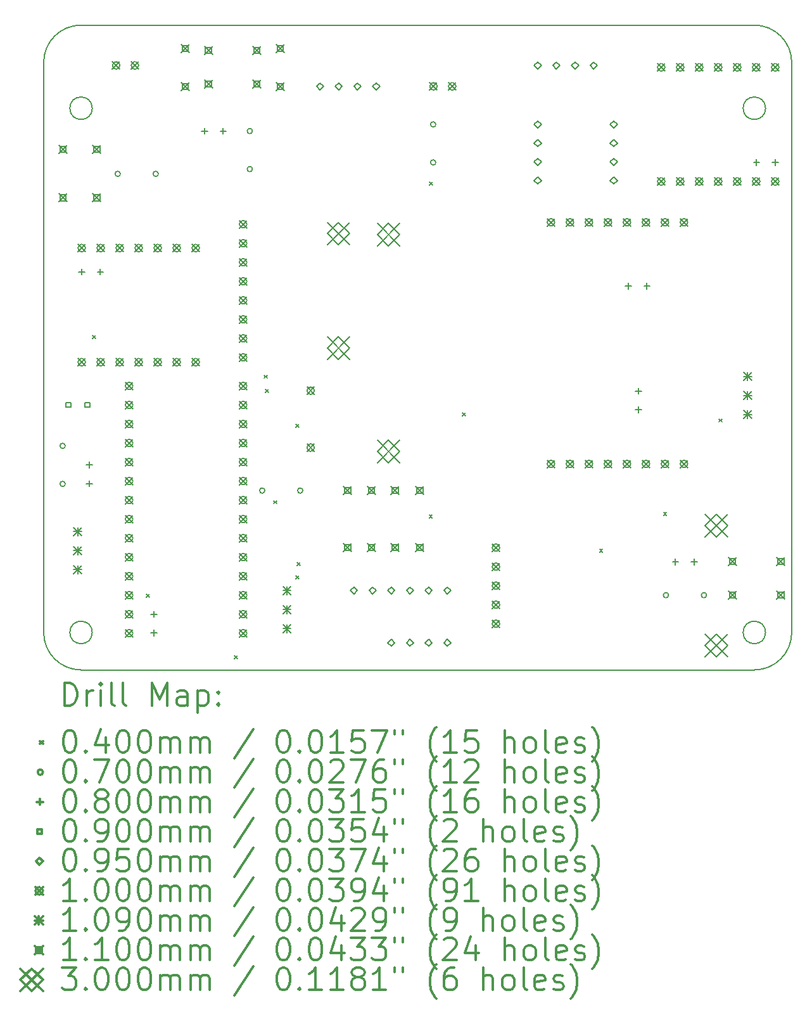
<source format=gbr>
%FSLAX45Y45*%
G04 Gerber Fmt 4.5, Leading zero omitted, Abs format (unit mm)*
G04 Created by KiCad (PCBNEW (5.1.10)-1) date 2021-11-09 22:35:24*
%MOMM*%
%LPD*%
G01*
G04 APERTURE LIST*
%TA.AperFunction,Profile*%
%ADD10C,0.200000*%
%TD*%
%ADD11C,0.200000*%
%ADD12C,0.300000*%
G04 APERTURE END LIST*
D10*
X18844400Y-6705440D02*
G75*
G03*
X18844400Y-6705440I-150000J0D01*
G01*
X9694400Y-14205440D02*
G75*
G02*
X9194400Y-13705440I0J500000D01*
G01*
X19194400Y-6096000D02*
X19194400Y-13705440D01*
X18694400Y-14205440D02*
X9694400Y-14205440D01*
X19194400Y-13705440D02*
G75*
G02*
X18694400Y-14205440I-500000J0D01*
G01*
X18844400Y-13705440D02*
G75*
G03*
X18844400Y-13705440I-150000J0D01*
G01*
X9694400Y-5596000D02*
X18694400Y-5596000D01*
X9194400Y-13705440D02*
X9194400Y-6096000D01*
X9194400Y-6096000D02*
G75*
G02*
X9694400Y-5596000I500000J0D01*
G01*
X9844400Y-6705440D02*
G75*
G03*
X9844400Y-6705440I-150000J0D01*
G01*
X9844400Y-13705440D02*
G75*
G03*
X9844400Y-13705440I-150000J0D01*
G01*
X18694400Y-5596000D02*
G75*
G02*
X19194400Y-6096000I0J-500000D01*
G01*
D11*
X9849760Y-9742390D02*
X9889760Y-9782390D01*
X9889760Y-9742390D02*
X9849760Y-9782390D01*
X10569770Y-13195800D02*
X10609770Y-13235800D01*
X10609770Y-13195800D02*
X10569770Y-13235800D01*
X11746590Y-14014680D02*
X11786590Y-14054680D01*
X11786590Y-14014680D02*
X11746590Y-14054680D01*
X12140910Y-10268570D02*
X12180910Y-10308570D01*
X12180910Y-10268570D02*
X12140910Y-10308570D01*
X12162330Y-10457500D02*
X12202330Y-10497500D01*
X12202330Y-10457500D02*
X12162330Y-10497500D01*
X12268250Y-11946040D02*
X12308250Y-11986040D01*
X12308250Y-11946040D02*
X12268250Y-11986040D01*
X12566760Y-10923190D02*
X12606760Y-10963190D01*
X12606760Y-10923190D02*
X12566760Y-10963190D01*
X12566960Y-12947690D02*
X12606960Y-12987690D01*
X12606960Y-12947690D02*
X12566960Y-12987690D01*
X12583990Y-12772130D02*
X12623990Y-12812130D01*
X12623990Y-12772130D02*
X12583990Y-12812130D01*
X14348200Y-12133670D02*
X14388200Y-12173670D01*
X14388200Y-12133670D02*
X14348200Y-12173670D01*
X14349850Y-7692460D02*
X14389850Y-7732460D01*
X14389850Y-7692460D02*
X14349850Y-7732460D01*
X14791060Y-10771960D02*
X14831060Y-10811960D01*
X14831060Y-10771960D02*
X14791060Y-10811960D01*
X16624820Y-12595460D02*
X16664820Y-12635460D01*
X16664820Y-12595460D02*
X16624820Y-12635460D01*
X17480300Y-12103810D02*
X17520300Y-12143810D01*
X17520300Y-12103810D02*
X17480300Y-12143810D01*
X18221070Y-10854130D02*
X18261070Y-10894130D01*
X18261070Y-10854130D02*
X18221070Y-10894130D01*
X9483400Y-11214100D02*
G75*
G03*
X9483400Y-11214100I-35000J0D01*
G01*
X9483400Y-11722100D02*
G75*
G03*
X9483400Y-11722100I-35000J0D01*
G01*
X10220000Y-7581900D02*
G75*
G03*
X10220000Y-7581900I-35000J0D01*
G01*
X10728000Y-7581900D02*
G75*
G03*
X10728000Y-7581900I-35000J0D01*
G01*
X11985300Y-7010400D02*
G75*
G03*
X11985300Y-7010400I-35000J0D01*
G01*
X11985300Y-7518400D02*
G75*
G03*
X11985300Y-7518400I-35000J0D01*
G01*
X12150400Y-11811000D02*
G75*
G03*
X12150400Y-11811000I-35000J0D01*
G01*
X12658400Y-11811000D02*
G75*
G03*
X12658400Y-11811000I-35000J0D01*
G01*
X14436400Y-6921500D02*
G75*
G03*
X14436400Y-6921500I-35000J0D01*
G01*
X14436400Y-7429500D02*
G75*
G03*
X14436400Y-7429500I-35000J0D01*
G01*
X17547900Y-13208000D02*
G75*
G03*
X17547900Y-13208000I-35000J0D01*
G01*
X18055900Y-13208000D02*
G75*
G03*
X18055900Y-13208000I-35000J0D01*
G01*
X9702400Y-8850000D02*
X9702400Y-8930000D01*
X9662400Y-8890000D02*
X9742400Y-8890000D01*
X9804000Y-11428100D02*
X9804000Y-11508100D01*
X9764000Y-11468100D02*
X9844000Y-11468100D01*
X9804000Y-11678100D02*
X9804000Y-11758100D01*
X9764000Y-11718100D02*
X9844000Y-11718100D01*
X9952400Y-8850000D02*
X9952400Y-8930000D01*
X9912400Y-8890000D02*
X9992400Y-8890000D01*
X10668000Y-13422000D02*
X10668000Y-13502000D01*
X10628000Y-13462000D02*
X10708000Y-13462000D01*
X10668000Y-13672000D02*
X10668000Y-13752000D01*
X10628000Y-13712000D02*
X10708000Y-13712000D01*
X11344700Y-6970400D02*
X11344700Y-7050400D01*
X11304700Y-7010400D02*
X11384700Y-7010400D01*
X11594700Y-6970400D02*
X11594700Y-7050400D01*
X11554700Y-7010400D02*
X11634700Y-7010400D01*
X17008900Y-9040500D02*
X17008900Y-9120500D01*
X16968900Y-9080500D02*
X17048900Y-9080500D01*
X17145000Y-10441500D02*
X17145000Y-10521500D01*
X17105000Y-10481500D02*
X17185000Y-10481500D01*
X17145000Y-10691500D02*
X17145000Y-10771500D01*
X17105000Y-10731500D02*
X17185000Y-10731500D01*
X17258900Y-9040500D02*
X17258900Y-9120500D01*
X17218900Y-9080500D02*
X17298900Y-9080500D01*
X17639900Y-12723500D02*
X17639900Y-12803500D01*
X17599900Y-12763500D02*
X17679900Y-12763500D01*
X17889900Y-12723500D02*
X17889900Y-12803500D01*
X17849900Y-12763500D02*
X17929900Y-12763500D01*
X18723400Y-7389500D02*
X18723400Y-7469500D01*
X18683400Y-7429500D02*
X18763400Y-7429500D01*
X18973400Y-7389500D02*
X18973400Y-7469500D01*
X18933400Y-7429500D02*
X19013400Y-7429500D01*
X9556820Y-10699820D02*
X9556820Y-10636180D01*
X9493180Y-10636180D01*
X9493180Y-10699820D01*
X9556820Y-10699820D01*
X9810820Y-10699820D02*
X9810820Y-10636180D01*
X9747180Y-10636180D01*
X9747180Y-10699820D01*
X9810820Y-10699820D01*
X12889400Y-6461000D02*
X12936900Y-6413500D01*
X12889400Y-6366000D01*
X12841900Y-6413500D01*
X12889400Y-6461000D01*
X13139400Y-6461000D02*
X13186900Y-6413500D01*
X13139400Y-6366000D01*
X13091900Y-6413500D01*
X13139400Y-6461000D01*
X13341900Y-13192000D02*
X13389400Y-13144500D01*
X13341900Y-13097000D01*
X13294400Y-13144500D01*
X13341900Y-13192000D01*
X13389400Y-6461000D02*
X13436900Y-6413500D01*
X13389400Y-6366000D01*
X13341900Y-6413500D01*
X13389400Y-6461000D01*
X13591900Y-13192000D02*
X13639400Y-13144500D01*
X13591900Y-13097000D01*
X13544400Y-13144500D01*
X13591900Y-13192000D01*
X13639400Y-6461000D02*
X13686900Y-6413500D01*
X13639400Y-6366000D01*
X13591900Y-6413500D01*
X13639400Y-6461000D01*
X13841900Y-13192000D02*
X13889400Y-13144500D01*
X13841900Y-13097000D01*
X13794400Y-13144500D01*
X13841900Y-13192000D01*
X13841900Y-13890500D02*
X13889400Y-13843000D01*
X13841900Y-13795500D01*
X13794400Y-13843000D01*
X13841900Y-13890500D01*
X14091900Y-13192000D02*
X14139400Y-13144500D01*
X14091900Y-13097000D01*
X14044400Y-13144500D01*
X14091900Y-13192000D01*
X14091900Y-13890500D02*
X14139400Y-13843000D01*
X14091900Y-13795500D01*
X14044400Y-13843000D01*
X14091900Y-13890500D01*
X14341900Y-13192000D02*
X14389400Y-13144500D01*
X14341900Y-13097000D01*
X14294400Y-13144500D01*
X14341900Y-13192000D01*
X14341900Y-13890500D02*
X14389400Y-13843000D01*
X14341900Y-13795500D01*
X14294400Y-13843000D01*
X14341900Y-13890500D01*
X14591900Y-13192000D02*
X14639400Y-13144500D01*
X14591900Y-13097000D01*
X14544400Y-13144500D01*
X14591900Y-13192000D01*
X14591900Y-13890500D02*
X14639400Y-13843000D01*
X14591900Y-13795500D01*
X14544400Y-13843000D01*
X14591900Y-13890500D01*
X15798400Y-6181600D02*
X15845900Y-6134100D01*
X15798400Y-6086600D01*
X15750900Y-6134100D01*
X15798400Y-6181600D01*
X15798400Y-6969000D02*
X15845900Y-6921500D01*
X15798400Y-6874000D01*
X15750900Y-6921500D01*
X15798400Y-6969000D01*
X15798400Y-7219000D02*
X15845900Y-7171500D01*
X15798400Y-7124000D01*
X15750900Y-7171500D01*
X15798400Y-7219000D01*
X15798400Y-7469000D02*
X15845900Y-7421500D01*
X15798400Y-7374000D01*
X15750900Y-7421500D01*
X15798400Y-7469000D01*
X15798400Y-7719000D02*
X15845900Y-7671500D01*
X15798400Y-7624000D01*
X15750900Y-7671500D01*
X15798400Y-7719000D01*
X16048400Y-6181600D02*
X16095900Y-6134100D01*
X16048400Y-6086600D01*
X16000900Y-6134100D01*
X16048400Y-6181600D01*
X16298400Y-6181600D02*
X16345900Y-6134100D01*
X16298400Y-6086600D01*
X16250900Y-6134100D01*
X16298400Y-6181600D01*
X16548400Y-6181600D02*
X16595900Y-6134100D01*
X16548400Y-6086600D01*
X16500900Y-6134100D01*
X16548400Y-6181600D01*
X16814400Y-6969000D02*
X16861900Y-6921500D01*
X16814400Y-6874000D01*
X16766900Y-6921500D01*
X16814400Y-6969000D01*
X16814400Y-7219000D02*
X16861900Y-7171500D01*
X16814400Y-7124000D01*
X16766900Y-7171500D01*
X16814400Y-7219000D01*
X16814400Y-7469000D02*
X16861900Y-7421500D01*
X16814400Y-7374000D01*
X16766900Y-7421500D01*
X16814400Y-7469000D01*
X16814400Y-7719000D02*
X16861900Y-7671500D01*
X16814400Y-7624000D01*
X16766900Y-7671500D01*
X16814400Y-7719000D01*
X9652400Y-8522500D02*
X9752400Y-8622500D01*
X9752400Y-8522500D02*
X9652400Y-8622500D01*
X9752400Y-8572500D02*
G75*
G03*
X9752400Y-8572500I-50000J0D01*
G01*
X9652400Y-10046500D02*
X9752400Y-10146500D01*
X9752400Y-10046500D02*
X9652400Y-10146500D01*
X9752400Y-10096500D02*
G75*
G03*
X9752400Y-10096500I-50000J0D01*
G01*
X9906400Y-8522500D02*
X10006400Y-8622500D01*
X10006400Y-8522500D02*
X9906400Y-8622500D01*
X10006400Y-8572500D02*
G75*
G03*
X10006400Y-8572500I-50000J0D01*
G01*
X9906400Y-10046500D02*
X10006400Y-10146500D01*
X10006400Y-10046500D02*
X9906400Y-10146500D01*
X10006400Y-10096500D02*
G75*
G03*
X10006400Y-10096500I-50000J0D01*
G01*
X10113600Y-6084100D02*
X10213600Y-6184100D01*
X10213600Y-6084100D02*
X10113600Y-6184100D01*
X10213600Y-6134100D02*
G75*
G03*
X10213600Y-6134100I-50000J0D01*
G01*
X10160400Y-8522500D02*
X10260400Y-8622500D01*
X10260400Y-8522500D02*
X10160400Y-8622500D01*
X10260400Y-8572500D02*
G75*
G03*
X10260400Y-8572500I-50000J0D01*
G01*
X10160400Y-10046500D02*
X10260400Y-10146500D01*
X10260400Y-10046500D02*
X10160400Y-10146500D01*
X10260400Y-10096500D02*
G75*
G03*
X10260400Y-10096500I-50000J0D01*
G01*
X10287400Y-10364000D02*
X10387400Y-10464000D01*
X10387400Y-10364000D02*
X10287400Y-10464000D01*
X10387400Y-10414000D02*
G75*
G03*
X10387400Y-10414000I-50000J0D01*
G01*
X10287400Y-10618000D02*
X10387400Y-10718000D01*
X10387400Y-10618000D02*
X10287400Y-10718000D01*
X10387400Y-10668000D02*
G75*
G03*
X10387400Y-10668000I-50000J0D01*
G01*
X10287400Y-10872000D02*
X10387400Y-10972000D01*
X10387400Y-10872000D02*
X10287400Y-10972000D01*
X10387400Y-10922000D02*
G75*
G03*
X10387400Y-10922000I-50000J0D01*
G01*
X10287400Y-11126000D02*
X10387400Y-11226000D01*
X10387400Y-11126000D02*
X10287400Y-11226000D01*
X10387400Y-11176000D02*
G75*
G03*
X10387400Y-11176000I-50000J0D01*
G01*
X10287400Y-11380000D02*
X10387400Y-11480000D01*
X10387400Y-11380000D02*
X10287400Y-11480000D01*
X10387400Y-11430000D02*
G75*
G03*
X10387400Y-11430000I-50000J0D01*
G01*
X10287400Y-11634000D02*
X10387400Y-11734000D01*
X10387400Y-11634000D02*
X10287400Y-11734000D01*
X10387400Y-11684000D02*
G75*
G03*
X10387400Y-11684000I-50000J0D01*
G01*
X10287400Y-11888000D02*
X10387400Y-11988000D01*
X10387400Y-11888000D02*
X10287400Y-11988000D01*
X10387400Y-11938000D02*
G75*
G03*
X10387400Y-11938000I-50000J0D01*
G01*
X10287400Y-12142000D02*
X10387400Y-12242000D01*
X10387400Y-12142000D02*
X10287400Y-12242000D01*
X10387400Y-12192000D02*
G75*
G03*
X10387400Y-12192000I-50000J0D01*
G01*
X10287400Y-12396000D02*
X10387400Y-12496000D01*
X10387400Y-12396000D02*
X10287400Y-12496000D01*
X10387400Y-12446000D02*
G75*
G03*
X10387400Y-12446000I-50000J0D01*
G01*
X10287400Y-12650000D02*
X10387400Y-12750000D01*
X10387400Y-12650000D02*
X10287400Y-12750000D01*
X10387400Y-12700000D02*
G75*
G03*
X10387400Y-12700000I-50000J0D01*
G01*
X10287400Y-12904000D02*
X10387400Y-13004000D01*
X10387400Y-12904000D02*
X10287400Y-13004000D01*
X10387400Y-12954000D02*
G75*
G03*
X10387400Y-12954000I-50000J0D01*
G01*
X10287400Y-13158000D02*
X10387400Y-13258000D01*
X10387400Y-13158000D02*
X10287400Y-13258000D01*
X10387400Y-13208000D02*
G75*
G03*
X10387400Y-13208000I-50000J0D01*
G01*
X10287400Y-13412000D02*
X10387400Y-13512000D01*
X10387400Y-13412000D02*
X10287400Y-13512000D01*
X10387400Y-13462000D02*
G75*
G03*
X10387400Y-13462000I-50000J0D01*
G01*
X10287400Y-13666000D02*
X10387400Y-13766000D01*
X10387400Y-13666000D02*
X10287400Y-13766000D01*
X10387400Y-13716000D02*
G75*
G03*
X10387400Y-13716000I-50000J0D01*
G01*
X10363600Y-6084100D02*
X10463600Y-6184100D01*
X10463600Y-6084100D02*
X10363600Y-6184100D01*
X10463600Y-6134100D02*
G75*
G03*
X10463600Y-6134100I-50000J0D01*
G01*
X10414400Y-8522500D02*
X10514400Y-8622500D01*
X10514400Y-8522500D02*
X10414400Y-8622500D01*
X10514400Y-8572500D02*
G75*
G03*
X10514400Y-8572500I-50000J0D01*
G01*
X10414400Y-10046500D02*
X10514400Y-10146500D01*
X10514400Y-10046500D02*
X10414400Y-10146500D01*
X10514400Y-10096500D02*
G75*
G03*
X10514400Y-10096500I-50000J0D01*
G01*
X10668400Y-8522500D02*
X10768400Y-8622500D01*
X10768400Y-8522500D02*
X10668400Y-8622500D01*
X10768400Y-8572500D02*
G75*
G03*
X10768400Y-8572500I-50000J0D01*
G01*
X10668400Y-10046500D02*
X10768400Y-10146500D01*
X10768400Y-10046500D02*
X10668400Y-10146500D01*
X10768400Y-10096500D02*
G75*
G03*
X10768400Y-10096500I-50000J0D01*
G01*
X10922400Y-8522500D02*
X11022400Y-8622500D01*
X11022400Y-8522500D02*
X10922400Y-8622500D01*
X11022400Y-8572500D02*
G75*
G03*
X11022400Y-8572500I-50000J0D01*
G01*
X10922400Y-10046500D02*
X11022400Y-10146500D01*
X11022400Y-10046500D02*
X10922400Y-10146500D01*
X11022400Y-10096500D02*
G75*
G03*
X11022400Y-10096500I-50000J0D01*
G01*
X11176400Y-8522500D02*
X11276400Y-8622500D01*
X11276400Y-8522500D02*
X11176400Y-8622500D01*
X11276400Y-8572500D02*
G75*
G03*
X11276400Y-8572500I-50000J0D01*
G01*
X11176400Y-10046500D02*
X11276400Y-10146500D01*
X11276400Y-10046500D02*
X11176400Y-10146500D01*
X11276400Y-10096500D02*
G75*
G03*
X11276400Y-10096500I-50000J0D01*
G01*
X11811400Y-8205000D02*
X11911400Y-8305000D01*
X11911400Y-8205000D02*
X11811400Y-8305000D01*
X11911400Y-8255000D02*
G75*
G03*
X11911400Y-8255000I-50000J0D01*
G01*
X11811400Y-8459000D02*
X11911400Y-8559000D01*
X11911400Y-8459000D02*
X11811400Y-8559000D01*
X11911400Y-8509000D02*
G75*
G03*
X11911400Y-8509000I-50000J0D01*
G01*
X11811400Y-8713000D02*
X11911400Y-8813000D01*
X11911400Y-8713000D02*
X11811400Y-8813000D01*
X11911400Y-8763000D02*
G75*
G03*
X11911400Y-8763000I-50000J0D01*
G01*
X11811400Y-8967000D02*
X11911400Y-9067000D01*
X11911400Y-8967000D02*
X11811400Y-9067000D01*
X11911400Y-9017000D02*
G75*
G03*
X11911400Y-9017000I-50000J0D01*
G01*
X11811400Y-9221000D02*
X11911400Y-9321000D01*
X11911400Y-9221000D02*
X11811400Y-9321000D01*
X11911400Y-9271000D02*
G75*
G03*
X11911400Y-9271000I-50000J0D01*
G01*
X11811400Y-9475000D02*
X11911400Y-9575000D01*
X11911400Y-9475000D02*
X11811400Y-9575000D01*
X11911400Y-9525000D02*
G75*
G03*
X11911400Y-9525000I-50000J0D01*
G01*
X11811400Y-9729000D02*
X11911400Y-9829000D01*
X11911400Y-9729000D02*
X11811400Y-9829000D01*
X11911400Y-9779000D02*
G75*
G03*
X11911400Y-9779000I-50000J0D01*
G01*
X11811400Y-9983000D02*
X11911400Y-10083000D01*
X11911400Y-9983000D02*
X11811400Y-10083000D01*
X11911400Y-10033000D02*
G75*
G03*
X11911400Y-10033000I-50000J0D01*
G01*
X11811400Y-10364000D02*
X11911400Y-10464000D01*
X11911400Y-10364000D02*
X11811400Y-10464000D01*
X11911400Y-10414000D02*
G75*
G03*
X11911400Y-10414000I-50000J0D01*
G01*
X11811400Y-10618000D02*
X11911400Y-10718000D01*
X11911400Y-10618000D02*
X11811400Y-10718000D01*
X11911400Y-10668000D02*
G75*
G03*
X11911400Y-10668000I-50000J0D01*
G01*
X11811400Y-10872000D02*
X11911400Y-10972000D01*
X11911400Y-10872000D02*
X11811400Y-10972000D01*
X11911400Y-10922000D02*
G75*
G03*
X11911400Y-10922000I-50000J0D01*
G01*
X11811400Y-11126000D02*
X11911400Y-11226000D01*
X11911400Y-11126000D02*
X11811400Y-11226000D01*
X11911400Y-11176000D02*
G75*
G03*
X11911400Y-11176000I-50000J0D01*
G01*
X11811400Y-11380000D02*
X11911400Y-11480000D01*
X11911400Y-11380000D02*
X11811400Y-11480000D01*
X11911400Y-11430000D02*
G75*
G03*
X11911400Y-11430000I-50000J0D01*
G01*
X11811400Y-11634000D02*
X11911400Y-11734000D01*
X11911400Y-11634000D02*
X11811400Y-11734000D01*
X11911400Y-11684000D02*
G75*
G03*
X11911400Y-11684000I-50000J0D01*
G01*
X11811400Y-11888000D02*
X11911400Y-11988000D01*
X11911400Y-11888000D02*
X11811400Y-11988000D01*
X11911400Y-11938000D02*
G75*
G03*
X11911400Y-11938000I-50000J0D01*
G01*
X11811400Y-12142000D02*
X11911400Y-12242000D01*
X11911400Y-12142000D02*
X11811400Y-12242000D01*
X11911400Y-12192000D02*
G75*
G03*
X11911400Y-12192000I-50000J0D01*
G01*
X11811400Y-12396000D02*
X11911400Y-12496000D01*
X11911400Y-12396000D02*
X11811400Y-12496000D01*
X11911400Y-12446000D02*
G75*
G03*
X11911400Y-12446000I-50000J0D01*
G01*
X11811400Y-12650000D02*
X11911400Y-12750000D01*
X11911400Y-12650000D02*
X11811400Y-12750000D01*
X11911400Y-12700000D02*
G75*
G03*
X11911400Y-12700000I-50000J0D01*
G01*
X11811400Y-12904000D02*
X11911400Y-13004000D01*
X11911400Y-12904000D02*
X11811400Y-13004000D01*
X11911400Y-12954000D02*
G75*
G03*
X11911400Y-12954000I-50000J0D01*
G01*
X11811400Y-13158000D02*
X11911400Y-13258000D01*
X11911400Y-13158000D02*
X11811400Y-13258000D01*
X11911400Y-13208000D02*
G75*
G03*
X11911400Y-13208000I-50000J0D01*
G01*
X11811400Y-13412000D02*
X11911400Y-13512000D01*
X11911400Y-13412000D02*
X11811400Y-13512000D01*
X11911400Y-13462000D02*
G75*
G03*
X11911400Y-13462000I-50000J0D01*
G01*
X11811400Y-13666000D02*
X11911400Y-13766000D01*
X11911400Y-13666000D02*
X11811400Y-13766000D01*
X11911400Y-13716000D02*
G75*
G03*
X11911400Y-13716000I-50000J0D01*
G01*
X12713500Y-10427500D02*
X12813500Y-10527500D01*
X12813500Y-10427500D02*
X12713500Y-10527500D01*
X12813500Y-10477500D02*
G75*
G03*
X12813500Y-10477500I-50000J0D01*
G01*
X12713500Y-11187500D02*
X12813500Y-11287500D01*
X12813500Y-11187500D02*
X12713500Y-11287500D01*
X12813500Y-11237500D02*
G75*
G03*
X12813500Y-11237500I-50000J0D01*
G01*
X14355400Y-6363500D02*
X14455400Y-6463500D01*
X14455400Y-6363500D02*
X14355400Y-6463500D01*
X14455400Y-6413500D02*
G75*
G03*
X14455400Y-6413500I-50000J0D01*
G01*
X14605400Y-6363500D02*
X14705400Y-6463500D01*
X14705400Y-6363500D02*
X14605400Y-6463500D01*
X14705400Y-6413500D02*
G75*
G03*
X14705400Y-6413500I-50000J0D01*
G01*
X15190000Y-12523000D02*
X15290000Y-12623000D01*
X15290000Y-12523000D02*
X15190000Y-12623000D01*
X15290000Y-12573000D02*
G75*
G03*
X15290000Y-12573000I-50000J0D01*
G01*
X15190000Y-12777000D02*
X15290000Y-12877000D01*
X15290000Y-12777000D02*
X15190000Y-12877000D01*
X15290000Y-12827000D02*
G75*
G03*
X15290000Y-12827000I-50000J0D01*
G01*
X15190000Y-13031000D02*
X15290000Y-13131000D01*
X15290000Y-13031000D02*
X15190000Y-13131000D01*
X15290000Y-13081000D02*
G75*
G03*
X15290000Y-13081000I-50000J0D01*
G01*
X15190000Y-13285000D02*
X15290000Y-13385000D01*
X15290000Y-13285000D02*
X15190000Y-13385000D01*
X15290000Y-13335000D02*
G75*
G03*
X15290000Y-13335000I-50000J0D01*
G01*
X15190000Y-13539000D02*
X15290000Y-13639000D01*
X15290000Y-13539000D02*
X15190000Y-13639000D01*
X15290000Y-13589000D02*
G75*
G03*
X15290000Y-13589000I-50000J0D01*
G01*
X15926300Y-8179100D02*
X16026300Y-8279100D01*
X16026300Y-8179100D02*
X15926300Y-8279100D01*
X16026300Y-8229100D02*
G75*
G03*
X16026300Y-8229100I-50000J0D01*
G01*
X15926300Y-11404900D02*
X16026300Y-11504900D01*
X16026300Y-11404900D02*
X15926300Y-11504900D01*
X16026300Y-11454900D02*
G75*
G03*
X16026300Y-11454900I-50000J0D01*
G01*
X16180300Y-8179100D02*
X16280300Y-8279100D01*
X16280300Y-8179100D02*
X16180300Y-8279100D01*
X16280300Y-8229100D02*
G75*
G03*
X16280300Y-8229100I-50000J0D01*
G01*
X16180300Y-11404900D02*
X16280300Y-11504900D01*
X16280300Y-11404900D02*
X16180300Y-11504900D01*
X16280300Y-11454900D02*
G75*
G03*
X16280300Y-11454900I-50000J0D01*
G01*
X16434300Y-8179100D02*
X16534300Y-8279100D01*
X16534300Y-8179100D02*
X16434300Y-8279100D01*
X16534300Y-8229100D02*
G75*
G03*
X16534300Y-8229100I-50000J0D01*
G01*
X16434300Y-11404900D02*
X16534300Y-11504900D01*
X16534300Y-11404900D02*
X16434300Y-11504900D01*
X16534300Y-11454900D02*
G75*
G03*
X16534300Y-11454900I-50000J0D01*
G01*
X16688300Y-8179100D02*
X16788300Y-8279100D01*
X16788300Y-8179100D02*
X16688300Y-8279100D01*
X16788300Y-8229100D02*
G75*
G03*
X16788300Y-8229100I-50000J0D01*
G01*
X16688300Y-11404900D02*
X16788300Y-11504900D01*
X16788300Y-11404900D02*
X16688300Y-11504900D01*
X16788300Y-11454900D02*
G75*
G03*
X16788300Y-11454900I-50000J0D01*
G01*
X16942300Y-8179100D02*
X17042300Y-8279100D01*
X17042300Y-8179100D02*
X16942300Y-8279100D01*
X17042300Y-8229100D02*
G75*
G03*
X17042300Y-8229100I-50000J0D01*
G01*
X16942300Y-11404900D02*
X17042300Y-11504900D01*
X17042300Y-11404900D02*
X16942300Y-11504900D01*
X17042300Y-11454900D02*
G75*
G03*
X17042300Y-11454900I-50000J0D01*
G01*
X17196300Y-8179100D02*
X17296300Y-8279100D01*
X17296300Y-8179100D02*
X17196300Y-8279100D01*
X17296300Y-8229100D02*
G75*
G03*
X17296300Y-8229100I-50000J0D01*
G01*
X17196300Y-11404900D02*
X17296300Y-11504900D01*
X17296300Y-11404900D02*
X17196300Y-11504900D01*
X17296300Y-11454900D02*
G75*
G03*
X17296300Y-11454900I-50000J0D01*
G01*
X17399400Y-6109500D02*
X17499400Y-6209500D01*
X17499400Y-6109500D02*
X17399400Y-6209500D01*
X17499400Y-6159500D02*
G75*
G03*
X17499400Y-6159500I-50000J0D01*
G01*
X17399400Y-7633500D02*
X17499400Y-7733500D01*
X17499400Y-7633500D02*
X17399400Y-7733500D01*
X17499400Y-7683500D02*
G75*
G03*
X17499400Y-7683500I-50000J0D01*
G01*
X17450300Y-8179100D02*
X17550300Y-8279100D01*
X17550300Y-8179100D02*
X17450300Y-8279100D01*
X17550300Y-8229100D02*
G75*
G03*
X17550300Y-8229100I-50000J0D01*
G01*
X17450300Y-11404900D02*
X17550300Y-11504900D01*
X17550300Y-11404900D02*
X17450300Y-11504900D01*
X17550300Y-11454900D02*
G75*
G03*
X17550300Y-11454900I-50000J0D01*
G01*
X17653400Y-6109500D02*
X17753400Y-6209500D01*
X17753400Y-6109500D02*
X17653400Y-6209500D01*
X17753400Y-6159500D02*
G75*
G03*
X17753400Y-6159500I-50000J0D01*
G01*
X17653400Y-7633500D02*
X17753400Y-7733500D01*
X17753400Y-7633500D02*
X17653400Y-7733500D01*
X17753400Y-7683500D02*
G75*
G03*
X17753400Y-7683500I-50000J0D01*
G01*
X17704300Y-8179100D02*
X17804300Y-8279100D01*
X17804300Y-8179100D02*
X17704300Y-8279100D01*
X17804300Y-8229100D02*
G75*
G03*
X17804300Y-8229100I-50000J0D01*
G01*
X17704300Y-11404900D02*
X17804300Y-11504900D01*
X17804300Y-11404900D02*
X17704300Y-11504900D01*
X17804300Y-11454900D02*
G75*
G03*
X17804300Y-11454900I-50000J0D01*
G01*
X17907400Y-6109500D02*
X18007400Y-6209500D01*
X18007400Y-6109500D02*
X17907400Y-6209500D01*
X18007400Y-6159500D02*
G75*
G03*
X18007400Y-6159500I-50000J0D01*
G01*
X17907400Y-7633500D02*
X18007400Y-7733500D01*
X18007400Y-7633500D02*
X17907400Y-7733500D01*
X18007400Y-7683500D02*
G75*
G03*
X18007400Y-7683500I-50000J0D01*
G01*
X18161400Y-6109500D02*
X18261400Y-6209500D01*
X18261400Y-6109500D02*
X18161400Y-6209500D01*
X18261400Y-6159500D02*
G75*
G03*
X18261400Y-6159500I-50000J0D01*
G01*
X18161400Y-7633500D02*
X18261400Y-7733500D01*
X18261400Y-7633500D02*
X18161400Y-7733500D01*
X18261400Y-7683500D02*
G75*
G03*
X18261400Y-7683500I-50000J0D01*
G01*
X18415400Y-6109500D02*
X18515400Y-6209500D01*
X18515400Y-6109500D02*
X18415400Y-6209500D01*
X18515400Y-6159500D02*
G75*
G03*
X18515400Y-6159500I-50000J0D01*
G01*
X18415400Y-7633500D02*
X18515400Y-7733500D01*
X18515400Y-7633500D02*
X18415400Y-7733500D01*
X18515400Y-7683500D02*
G75*
G03*
X18515400Y-7683500I-50000J0D01*
G01*
X18669400Y-6109500D02*
X18769400Y-6209500D01*
X18769400Y-6109500D02*
X18669400Y-6209500D01*
X18769400Y-6159500D02*
G75*
G03*
X18769400Y-6159500I-50000J0D01*
G01*
X18669400Y-7633500D02*
X18769400Y-7733500D01*
X18769400Y-7633500D02*
X18669400Y-7733500D01*
X18769400Y-7683500D02*
G75*
G03*
X18769400Y-7683500I-50000J0D01*
G01*
X18923400Y-6109500D02*
X19023400Y-6209500D01*
X19023400Y-6109500D02*
X18923400Y-6209500D01*
X19023400Y-6159500D02*
G75*
G03*
X19023400Y-6159500I-50000J0D01*
G01*
X18923400Y-7633500D02*
X19023400Y-7733500D01*
X19023400Y-7633500D02*
X18923400Y-7733500D01*
X19023400Y-7683500D02*
G75*
G03*
X19023400Y-7683500I-50000J0D01*
G01*
X9597100Y-12302600D02*
X9706100Y-12411600D01*
X9706100Y-12302600D02*
X9597100Y-12411600D01*
X9651600Y-12302600D02*
X9651600Y-12411600D01*
X9597100Y-12357100D02*
X9706100Y-12357100D01*
X9597100Y-12556600D02*
X9706100Y-12665600D01*
X9706100Y-12556600D02*
X9597100Y-12665600D01*
X9651600Y-12556600D02*
X9651600Y-12665600D01*
X9597100Y-12611100D02*
X9706100Y-12611100D01*
X9597100Y-12810600D02*
X9706100Y-12919600D01*
X9706100Y-12810600D02*
X9597100Y-12919600D01*
X9651600Y-12810600D02*
X9651600Y-12919600D01*
X9597100Y-12865100D02*
X9706100Y-12865100D01*
X12391500Y-13090000D02*
X12500500Y-13199000D01*
X12500500Y-13090000D02*
X12391500Y-13199000D01*
X12446000Y-13090000D02*
X12446000Y-13199000D01*
X12391500Y-13144500D02*
X12500500Y-13144500D01*
X12391500Y-13344000D02*
X12500500Y-13453000D01*
X12500500Y-13344000D02*
X12391500Y-13453000D01*
X12446000Y-13344000D02*
X12446000Y-13453000D01*
X12391500Y-13398500D02*
X12500500Y-13398500D01*
X12391500Y-13598000D02*
X12500500Y-13707000D01*
X12500500Y-13598000D02*
X12391500Y-13707000D01*
X12446000Y-13598000D02*
X12446000Y-13707000D01*
X12391500Y-13652500D02*
X12500500Y-13652500D01*
X18551000Y-10232500D02*
X18660000Y-10341500D01*
X18660000Y-10232500D02*
X18551000Y-10341500D01*
X18605500Y-10232500D02*
X18605500Y-10341500D01*
X18551000Y-10287000D02*
X18660000Y-10287000D01*
X18551000Y-10486500D02*
X18660000Y-10595500D01*
X18660000Y-10486500D02*
X18551000Y-10595500D01*
X18605500Y-10486500D02*
X18605500Y-10595500D01*
X18551000Y-10541000D02*
X18660000Y-10541000D01*
X18551000Y-10740500D02*
X18660000Y-10849500D01*
X18660000Y-10740500D02*
X18551000Y-10849500D01*
X18605500Y-10740500D02*
X18605500Y-10849500D01*
X18551000Y-10795000D02*
X18660000Y-10795000D01*
X9400600Y-7196700D02*
X9510600Y-7306700D01*
X9510600Y-7196700D02*
X9400600Y-7306700D01*
X9494491Y-7290591D02*
X9494491Y-7212809D01*
X9416709Y-7212809D01*
X9416709Y-7290591D01*
X9494491Y-7290591D01*
X9400600Y-7846700D02*
X9510600Y-7956700D01*
X9510600Y-7846700D02*
X9400600Y-7956700D01*
X9494491Y-7940591D02*
X9494491Y-7862809D01*
X9416709Y-7862809D01*
X9416709Y-7940591D01*
X9494491Y-7940591D01*
X9850600Y-7196700D02*
X9960600Y-7306700D01*
X9960600Y-7196700D02*
X9850600Y-7306700D01*
X9944491Y-7290591D02*
X9944491Y-7212809D01*
X9866709Y-7212809D01*
X9866709Y-7290591D01*
X9944491Y-7290591D01*
X9850600Y-7846700D02*
X9960600Y-7956700D01*
X9960600Y-7846700D02*
X9850600Y-7956700D01*
X9944491Y-7940591D02*
X9944491Y-7862809D01*
X9866709Y-7862809D01*
X9866709Y-7940591D01*
X9944491Y-7940591D01*
X11031700Y-5850500D02*
X11141700Y-5960500D01*
X11141700Y-5850500D02*
X11031700Y-5960500D01*
X11125591Y-5944391D02*
X11125591Y-5866609D01*
X11047809Y-5866609D01*
X11047809Y-5944391D01*
X11125591Y-5944391D01*
X11031700Y-6358500D02*
X11141700Y-6468500D01*
X11141700Y-6358500D02*
X11031700Y-6468500D01*
X11125591Y-6452391D02*
X11125591Y-6374609D01*
X11047809Y-6374609D01*
X11047809Y-6452391D01*
X11125591Y-6452391D01*
X11341700Y-5879500D02*
X11451700Y-5989500D01*
X11451700Y-5879500D02*
X11341700Y-5989500D01*
X11435591Y-5973391D02*
X11435591Y-5895609D01*
X11357809Y-5895609D01*
X11357809Y-5973391D01*
X11435591Y-5973391D01*
X11341700Y-6329500D02*
X11451700Y-6439500D01*
X11451700Y-6329500D02*
X11341700Y-6439500D01*
X11435591Y-6423391D02*
X11435591Y-6345609D01*
X11357809Y-6345609D01*
X11357809Y-6423391D01*
X11435591Y-6423391D01*
X11991700Y-5879500D02*
X12101700Y-5989500D01*
X12101700Y-5879500D02*
X11991700Y-5989500D01*
X12085591Y-5973391D02*
X12085591Y-5895609D01*
X12007809Y-5895609D01*
X12007809Y-5973391D01*
X12085591Y-5973391D01*
X11991700Y-6329500D02*
X12101700Y-6439500D01*
X12101700Y-6329500D02*
X11991700Y-6439500D01*
X12085591Y-6423391D02*
X12085591Y-6345609D01*
X12007809Y-6345609D01*
X12007809Y-6423391D01*
X12085591Y-6423391D01*
X12301700Y-5850500D02*
X12411700Y-5960500D01*
X12411700Y-5850500D02*
X12301700Y-5960500D01*
X12395591Y-5944391D02*
X12395591Y-5866609D01*
X12317809Y-5866609D01*
X12317809Y-5944391D01*
X12395591Y-5944391D01*
X12301700Y-6358500D02*
X12411700Y-6468500D01*
X12411700Y-6358500D02*
X12301700Y-6468500D01*
X12395591Y-6452391D02*
X12395591Y-6374609D01*
X12317809Y-6374609D01*
X12317809Y-6452391D01*
X12395591Y-6452391D01*
X13203400Y-11756000D02*
X13313400Y-11866000D01*
X13313400Y-11756000D02*
X13203400Y-11866000D01*
X13297291Y-11849891D02*
X13297291Y-11772109D01*
X13219509Y-11772109D01*
X13219509Y-11849891D01*
X13297291Y-11849891D01*
X13203400Y-12518000D02*
X13313400Y-12628000D01*
X13313400Y-12518000D02*
X13203400Y-12628000D01*
X13297291Y-12611891D02*
X13297291Y-12534109D01*
X13219509Y-12534109D01*
X13219509Y-12611891D01*
X13297291Y-12611891D01*
X13520900Y-11756000D02*
X13630900Y-11866000D01*
X13630900Y-11756000D02*
X13520900Y-11866000D01*
X13614791Y-11849891D02*
X13614791Y-11772109D01*
X13537009Y-11772109D01*
X13537009Y-11849891D01*
X13614791Y-11849891D01*
X13520900Y-12518000D02*
X13630900Y-12628000D01*
X13630900Y-12518000D02*
X13520900Y-12628000D01*
X13614791Y-12611891D02*
X13614791Y-12534109D01*
X13537009Y-12534109D01*
X13537009Y-12611891D01*
X13614791Y-12611891D01*
X13838400Y-11756000D02*
X13948400Y-11866000D01*
X13948400Y-11756000D02*
X13838400Y-11866000D01*
X13932291Y-11849891D02*
X13932291Y-11772109D01*
X13854509Y-11772109D01*
X13854509Y-11849891D01*
X13932291Y-11849891D01*
X13838400Y-12518000D02*
X13948400Y-12628000D01*
X13948400Y-12518000D02*
X13838400Y-12628000D01*
X13932291Y-12611891D02*
X13932291Y-12534109D01*
X13854509Y-12534109D01*
X13854509Y-12611891D01*
X13932291Y-12611891D01*
X14169000Y-11756000D02*
X14279000Y-11866000D01*
X14279000Y-11756000D02*
X14169000Y-11866000D01*
X14262891Y-11849891D02*
X14262891Y-11772109D01*
X14185109Y-11772109D01*
X14185109Y-11849891D01*
X14262891Y-11849891D01*
X14169000Y-12518000D02*
X14279000Y-12628000D01*
X14279000Y-12518000D02*
X14169000Y-12628000D01*
X14262891Y-12611891D02*
X14262891Y-12534109D01*
X14185109Y-12534109D01*
X14185109Y-12611891D01*
X14262891Y-12611891D01*
X18345000Y-12703000D02*
X18455000Y-12813000D01*
X18455000Y-12703000D02*
X18345000Y-12813000D01*
X18438891Y-12796891D02*
X18438891Y-12719109D01*
X18361109Y-12719109D01*
X18361109Y-12796891D01*
X18438891Y-12796891D01*
X18345000Y-13153000D02*
X18455000Y-13263000D01*
X18455000Y-13153000D02*
X18345000Y-13263000D01*
X18438891Y-13246891D02*
X18438891Y-13169109D01*
X18361109Y-13169109D01*
X18361109Y-13246891D01*
X18438891Y-13246891D01*
X18995000Y-12703000D02*
X19105000Y-12813000D01*
X19105000Y-12703000D02*
X18995000Y-12813000D01*
X19088891Y-12796891D02*
X19088891Y-12719109D01*
X19011109Y-12719109D01*
X19011109Y-12796891D01*
X19088891Y-12796891D01*
X18995000Y-13153000D02*
X19105000Y-13263000D01*
X19105000Y-13153000D02*
X18995000Y-13263000D01*
X19088891Y-13246891D02*
X19088891Y-13169109D01*
X19011109Y-13169109D01*
X19011109Y-13246891D01*
X19088891Y-13246891D01*
X12985400Y-8228000D02*
X13285400Y-8528000D01*
X13285400Y-8228000D02*
X12985400Y-8528000D01*
X13135400Y-8528000D02*
X13285400Y-8378000D01*
X13135400Y-8228000D01*
X12985400Y-8378000D01*
X13135400Y-8528000D01*
X12985400Y-9760000D02*
X13285400Y-10060000D01*
X13285400Y-9760000D02*
X12985400Y-10060000D01*
X13135400Y-10060000D02*
X13285400Y-9910000D01*
X13135400Y-9760000D01*
X12985400Y-9910000D01*
X13135400Y-10060000D01*
X13654600Y-8244200D02*
X13954600Y-8544200D01*
X13954600Y-8244200D02*
X13654600Y-8544200D01*
X13804600Y-8544200D02*
X13954600Y-8394200D01*
X13804600Y-8244200D01*
X13654600Y-8394200D01*
X13804600Y-8544200D01*
X13654600Y-11139800D02*
X13954600Y-11439800D01*
X13954600Y-11139800D02*
X13654600Y-11439800D01*
X13804600Y-11439800D02*
X13954600Y-11289800D01*
X13804600Y-11139800D01*
X13654600Y-11289800D01*
X13804600Y-11439800D01*
X18036000Y-12131000D02*
X18336000Y-12431000D01*
X18336000Y-12131000D02*
X18036000Y-12431000D01*
X18186000Y-12431000D02*
X18336000Y-12281000D01*
X18186000Y-12131000D01*
X18036000Y-12281000D01*
X18186000Y-12431000D01*
X18036000Y-13731000D02*
X18336000Y-14031000D01*
X18336000Y-13731000D02*
X18036000Y-14031000D01*
X18186000Y-14031000D02*
X18336000Y-13881000D01*
X18186000Y-13731000D01*
X18036000Y-13881000D01*
X18186000Y-14031000D01*
D12*
X9470829Y-14681154D02*
X9470829Y-14381154D01*
X9542257Y-14381154D01*
X9585114Y-14395440D01*
X9613686Y-14424012D01*
X9627971Y-14452583D01*
X9642257Y-14509726D01*
X9642257Y-14552583D01*
X9627971Y-14609726D01*
X9613686Y-14638297D01*
X9585114Y-14666869D01*
X9542257Y-14681154D01*
X9470829Y-14681154D01*
X9770829Y-14681154D02*
X9770829Y-14481154D01*
X9770829Y-14538297D02*
X9785114Y-14509726D01*
X9799400Y-14495440D01*
X9827971Y-14481154D01*
X9856543Y-14481154D01*
X9956543Y-14681154D02*
X9956543Y-14481154D01*
X9956543Y-14381154D02*
X9942257Y-14395440D01*
X9956543Y-14409726D01*
X9970829Y-14395440D01*
X9956543Y-14381154D01*
X9956543Y-14409726D01*
X10142257Y-14681154D02*
X10113686Y-14666869D01*
X10099400Y-14638297D01*
X10099400Y-14381154D01*
X10299400Y-14681154D02*
X10270829Y-14666869D01*
X10256543Y-14638297D01*
X10256543Y-14381154D01*
X10642257Y-14681154D02*
X10642257Y-14381154D01*
X10742257Y-14595440D01*
X10842257Y-14381154D01*
X10842257Y-14681154D01*
X11113686Y-14681154D02*
X11113686Y-14524012D01*
X11099400Y-14495440D01*
X11070829Y-14481154D01*
X11013686Y-14481154D01*
X10985114Y-14495440D01*
X11113686Y-14666869D02*
X11085114Y-14681154D01*
X11013686Y-14681154D01*
X10985114Y-14666869D01*
X10970829Y-14638297D01*
X10970829Y-14609726D01*
X10985114Y-14581154D01*
X11013686Y-14566869D01*
X11085114Y-14566869D01*
X11113686Y-14552583D01*
X11256543Y-14481154D02*
X11256543Y-14781154D01*
X11256543Y-14495440D02*
X11285114Y-14481154D01*
X11342257Y-14481154D01*
X11370828Y-14495440D01*
X11385114Y-14509726D01*
X11399400Y-14538297D01*
X11399400Y-14624012D01*
X11385114Y-14652583D01*
X11370828Y-14666869D01*
X11342257Y-14681154D01*
X11285114Y-14681154D01*
X11256543Y-14666869D01*
X11527971Y-14652583D02*
X11542257Y-14666869D01*
X11527971Y-14681154D01*
X11513686Y-14666869D01*
X11527971Y-14652583D01*
X11527971Y-14681154D01*
X11527971Y-14495440D02*
X11542257Y-14509726D01*
X11527971Y-14524012D01*
X11513686Y-14509726D01*
X11527971Y-14495440D01*
X11527971Y-14524012D01*
X9144400Y-15155440D02*
X9184400Y-15195440D01*
X9184400Y-15155440D02*
X9144400Y-15195440D01*
X9527971Y-15011154D02*
X9556543Y-15011154D01*
X9585114Y-15025440D01*
X9599400Y-15039726D01*
X9613686Y-15068297D01*
X9627971Y-15125440D01*
X9627971Y-15196869D01*
X9613686Y-15254012D01*
X9599400Y-15282583D01*
X9585114Y-15296869D01*
X9556543Y-15311154D01*
X9527971Y-15311154D01*
X9499400Y-15296869D01*
X9485114Y-15282583D01*
X9470829Y-15254012D01*
X9456543Y-15196869D01*
X9456543Y-15125440D01*
X9470829Y-15068297D01*
X9485114Y-15039726D01*
X9499400Y-15025440D01*
X9527971Y-15011154D01*
X9756543Y-15282583D02*
X9770829Y-15296869D01*
X9756543Y-15311154D01*
X9742257Y-15296869D01*
X9756543Y-15282583D01*
X9756543Y-15311154D01*
X10027971Y-15111154D02*
X10027971Y-15311154D01*
X9956543Y-14996869D02*
X9885114Y-15211154D01*
X10070829Y-15211154D01*
X10242257Y-15011154D02*
X10270829Y-15011154D01*
X10299400Y-15025440D01*
X10313686Y-15039726D01*
X10327971Y-15068297D01*
X10342257Y-15125440D01*
X10342257Y-15196869D01*
X10327971Y-15254012D01*
X10313686Y-15282583D01*
X10299400Y-15296869D01*
X10270829Y-15311154D01*
X10242257Y-15311154D01*
X10213686Y-15296869D01*
X10199400Y-15282583D01*
X10185114Y-15254012D01*
X10170829Y-15196869D01*
X10170829Y-15125440D01*
X10185114Y-15068297D01*
X10199400Y-15039726D01*
X10213686Y-15025440D01*
X10242257Y-15011154D01*
X10527971Y-15011154D02*
X10556543Y-15011154D01*
X10585114Y-15025440D01*
X10599400Y-15039726D01*
X10613686Y-15068297D01*
X10627971Y-15125440D01*
X10627971Y-15196869D01*
X10613686Y-15254012D01*
X10599400Y-15282583D01*
X10585114Y-15296869D01*
X10556543Y-15311154D01*
X10527971Y-15311154D01*
X10499400Y-15296869D01*
X10485114Y-15282583D01*
X10470829Y-15254012D01*
X10456543Y-15196869D01*
X10456543Y-15125440D01*
X10470829Y-15068297D01*
X10485114Y-15039726D01*
X10499400Y-15025440D01*
X10527971Y-15011154D01*
X10756543Y-15311154D02*
X10756543Y-15111154D01*
X10756543Y-15139726D02*
X10770829Y-15125440D01*
X10799400Y-15111154D01*
X10842257Y-15111154D01*
X10870829Y-15125440D01*
X10885114Y-15154012D01*
X10885114Y-15311154D01*
X10885114Y-15154012D02*
X10899400Y-15125440D01*
X10927971Y-15111154D01*
X10970829Y-15111154D01*
X10999400Y-15125440D01*
X11013686Y-15154012D01*
X11013686Y-15311154D01*
X11156543Y-15311154D02*
X11156543Y-15111154D01*
X11156543Y-15139726D02*
X11170829Y-15125440D01*
X11199400Y-15111154D01*
X11242257Y-15111154D01*
X11270828Y-15125440D01*
X11285114Y-15154012D01*
X11285114Y-15311154D01*
X11285114Y-15154012D02*
X11299400Y-15125440D01*
X11327971Y-15111154D01*
X11370828Y-15111154D01*
X11399400Y-15125440D01*
X11413686Y-15154012D01*
X11413686Y-15311154D01*
X11999400Y-14996869D02*
X11742257Y-15382583D01*
X12385114Y-15011154D02*
X12413686Y-15011154D01*
X12442257Y-15025440D01*
X12456543Y-15039726D01*
X12470828Y-15068297D01*
X12485114Y-15125440D01*
X12485114Y-15196869D01*
X12470828Y-15254012D01*
X12456543Y-15282583D01*
X12442257Y-15296869D01*
X12413686Y-15311154D01*
X12385114Y-15311154D01*
X12356543Y-15296869D01*
X12342257Y-15282583D01*
X12327971Y-15254012D01*
X12313686Y-15196869D01*
X12313686Y-15125440D01*
X12327971Y-15068297D01*
X12342257Y-15039726D01*
X12356543Y-15025440D01*
X12385114Y-15011154D01*
X12613686Y-15282583D02*
X12627971Y-15296869D01*
X12613686Y-15311154D01*
X12599400Y-15296869D01*
X12613686Y-15282583D01*
X12613686Y-15311154D01*
X12813686Y-15011154D02*
X12842257Y-15011154D01*
X12870828Y-15025440D01*
X12885114Y-15039726D01*
X12899400Y-15068297D01*
X12913686Y-15125440D01*
X12913686Y-15196869D01*
X12899400Y-15254012D01*
X12885114Y-15282583D01*
X12870828Y-15296869D01*
X12842257Y-15311154D01*
X12813686Y-15311154D01*
X12785114Y-15296869D01*
X12770828Y-15282583D01*
X12756543Y-15254012D01*
X12742257Y-15196869D01*
X12742257Y-15125440D01*
X12756543Y-15068297D01*
X12770828Y-15039726D01*
X12785114Y-15025440D01*
X12813686Y-15011154D01*
X13199400Y-15311154D02*
X13027971Y-15311154D01*
X13113686Y-15311154D02*
X13113686Y-15011154D01*
X13085114Y-15054012D01*
X13056543Y-15082583D01*
X13027971Y-15096869D01*
X13470828Y-15011154D02*
X13327971Y-15011154D01*
X13313686Y-15154012D01*
X13327971Y-15139726D01*
X13356543Y-15125440D01*
X13427971Y-15125440D01*
X13456543Y-15139726D01*
X13470828Y-15154012D01*
X13485114Y-15182583D01*
X13485114Y-15254012D01*
X13470828Y-15282583D01*
X13456543Y-15296869D01*
X13427971Y-15311154D01*
X13356543Y-15311154D01*
X13327971Y-15296869D01*
X13313686Y-15282583D01*
X13585114Y-15011154D02*
X13785114Y-15011154D01*
X13656543Y-15311154D01*
X13885114Y-15011154D02*
X13885114Y-15068297D01*
X13999400Y-15011154D02*
X13999400Y-15068297D01*
X14442257Y-15425440D02*
X14427971Y-15411154D01*
X14399400Y-15368297D01*
X14385114Y-15339726D01*
X14370828Y-15296869D01*
X14356543Y-15225440D01*
X14356543Y-15168297D01*
X14370828Y-15096869D01*
X14385114Y-15054012D01*
X14399400Y-15025440D01*
X14427971Y-14982583D01*
X14442257Y-14968297D01*
X14713686Y-15311154D02*
X14542257Y-15311154D01*
X14627971Y-15311154D02*
X14627971Y-15011154D01*
X14599400Y-15054012D01*
X14570828Y-15082583D01*
X14542257Y-15096869D01*
X14985114Y-15011154D02*
X14842257Y-15011154D01*
X14827971Y-15154012D01*
X14842257Y-15139726D01*
X14870828Y-15125440D01*
X14942257Y-15125440D01*
X14970828Y-15139726D01*
X14985114Y-15154012D01*
X14999400Y-15182583D01*
X14999400Y-15254012D01*
X14985114Y-15282583D01*
X14970828Y-15296869D01*
X14942257Y-15311154D01*
X14870828Y-15311154D01*
X14842257Y-15296869D01*
X14827971Y-15282583D01*
X15356543Y-15311154D02*
X15356543Y-15011154D01*
X15485114Y-15311154D02*
X15485114Y-15154012D01*
X15470828Y-15125440D01*
X15442257Y-15111154D01*
X15399400Y-15111154D01*
X15370828Y-15125440D01*
X15356543Y-15139726D01*
X15670828Y-15311154D02*
X15642257Y-15296869D01*
X15627971Y-15282583D01*
X15613686Y-15254012D01*
X15613686Y-15168297D01*
X15627971Y-15139726D01*
X15642257Y-15125440D01*
X15670828Y-15111154D01*
X15713686Y-15111154D01*
X15742257Y-15125440D01*
X15756543Y-15139726D01*
X15770828Y-15168297D01*
X15770828Y-15254012D01*
X15756543Y-15282583D01*
X15742257Y-15296869D01*
X15713686Y-15311154D01*
X15670828Y-15311154D01*
X15942257Y-15311154D02*
X15913686Y-15296869D01*
X15899400Y-15268297D01*
X15899400Y-15011154D01*
X16170828Y-15296869D02*
X16142257Y-15311154D01*
X16085114Y-15311154D01*
X16056543Y-15296869D01*
X16042257Y-15268297D01*
X16042257Y-15154012D01*
X16056543Y-15125440D01*
X16085114Y-15111154D01*
X16142257Y-15111154D01*
X16170828Y-15125440D01*
X16185114Y-15154012D01*
X16185114Y-15182583D01*
X16042257Y-15211154D01*
X16299400Y-15296869D02*
X16327971Y-15311154D01*
X16385114Y-15311154D01*
X16413686Y-15296869D01*
X16427971Y-15268297D01*
X16427971Y-15254012D01*
X16413686Y-15225440D01*
X16385114Y-15211154D01*
X16342257Y-15211154D01*
X16313686Y-15196869D01*
X16299400Y-15168297D01*
X16299400Y-15154012D01*
X16313686Y-15125440D01*
X16342257Y-15111154D01*
X16385114Y-15111154D01*
X16413686Y-15125440D01*
X16527971Y-15425440D02*
X16542257Y-15411154D01*
X16570828Y-15368297D01*
X16585114Y-15339726D01*
X16599400Y-15296869D01*
X16613686Y-15225440D01*
X16613686Y-15168297D01*
X16599400Y-15096869D01*
X16585114Y-15054012D01*
X16570828Y-15025440D01*
X16542257Y-14982583D01*
X16527971Y-14968297D01*
X9184400Y-15571440D02*
G75*
G03*
X9184400Y-15571440I-35000J0D01*
G01*
X9527971Y-15407154D02*
X9556543Y-15407154D01*
X9585114Y-15421440D01*
X9599400Y-15435726D01*
X9613686Y-15464297D01*
X9627971Y-15521440D01*
X9627971Y-15592869D01*
X9613686Y-15650012D01*
X9599400Y-15678583D01*
X9585114Y-15692869D01*
X9556543Y-15707154D01*
X9527971Y-15707154D01*
X9499400Y-15692869D01*
X9485114Y-15678583D01*
X9470829Y-15650012D01*
X9456543Y-15592869D01*
X9456543Y-15521440D01*
X9470829Y-15464297D01*
X9485114Y-15435726D01*
X9499400Y-15421440D01*
X9527971Y-15407154D01*
X9756543Y-15678583D02*
X9770829Y-15692869D01*
X9756543Y-15707154D01*
X9742257Y-15692869D01*
X9756543Y-15678583D01*
X9756543Y-15707154D01*
X9870829Y-15407154D02*
X10070829Y-15407154D01*
X9942257Y-15707154D01*
X10242257Y-15407154D02*
X10270829Y-15407154D01*
X10299400Y-15421440D01*
X10313686Y-15435726D01*
X10327971Y-15464297D01*
X10342257Y-15521440D01*
X10342257Y-15592869D01*
X10327971Y-15650012D01*
X10313686Y-15678583D01*
X10299400Y-15692869D01*
X10270829Y-15707154D01*
X10242257Y-15707154D01*
X10213686Y-15692869D01*
X10199400Y-15678583D01*
X10185114Y-15650012D01*
X10170829Y-15592869D01*
X10170829Y-15521440D01*
X10185114Y-15464297D01*
X10199400Y-15435726D01*
X10213686Y-15421440D01*
X10242257Y-15407154D01*
X10527971Y-15407154D02*
X10556543Y-15407154D01*
X10585114Y-15421440D01*
X10599400Y-15435726D01*
X10613686Y-15464297D01*
X10627971Y-15521440D01*
X10627971Y-15592869D01*
X10613686Y-15650012D01*
X10599400Y-15678583D01*
X10585114Y-15692869D01*
X10556543Y-15707154D01*
X10527971Y-15707154D01*
X10499400Y-15692869D01*
X10485114Y-15678583D01*
X10470829Y-15650012D01*
X10456543Y-15592869D01*
X10456543Y-15521440D01*
X10470829Y-15464297D01*
X10485114Y-15435726D01*
X10499400Y-15421440D01*
X10527971Y-15407154D01*
X10756543Y-15707154D02*
X10756543Y-15507154D01*
X10756543Y-15535726D02*
X10770829Y-15521440D01*
X10799400Y-15507154D01*
X10842257Y-15507154D01*
X10870829Y-15521440D01*
X10885114Y-15550012D01*
X10885114Y-15707154D01*
X10885114Y-15550012D02*
X10899400Y-15521440D01*
X10927971Y-15507154D01*
X10970829Y-15507154D01*
X10999400Y-15521440D01*
X11013686Y-15550012D01*
X11013686Y-15707154D01*
X11156543Y-15707154D02*
X11156543Y-15507154D01*
X11156543Y-15535726D02*
X11170829Y-15521440D01*
X11199400Y-15507154D01*
X11242257Y-15507154D01*
X11270828Y-15521440D01*
X11285114Y-15550012D01*
X11285114Y-15707154D01*
X11285114Y-15550012D02*
X11299400Y-15521440D01*
X11327971Y-15507154D01*
X11370828Y-15507154D01*
X11399400Y-15521440D01*
X11413686Y-15550012D01*
X11413686Y-15707154D01*
X11999400Y-15392869D02*
X11742257Y-15778583D01*
X12385114Y-15407154D02*
X12413686Y-15407154D01*
X12442257Y-15421440D01*
X12456543Y-15435726D01*
X12470828Y-15464297D01*
X12485114Y-15521440D01*
X12485114Y-15592869D01*
X12470828Y-15650012D01*
X12456543Y-15678583D01*
X12442257Y-15692869D01*
X12413686Y-15707154D01*
X12385114Y-15707154D01*
X12356543Y-15692869D01*
X12342257Y-15678583D01*
X12327971Y-15650012D01*
X12313686Y-15592869D01*
X12313686Y-15521440D01*
X12327971Y-15464297D01*
X12342257Y-15435726D01*
X12356543Y-15421440D01*
X12385114Y-15407154D01*
X12613686Y-15678583D02*
X12627971Y-15692869D01*
X12613686Y-15707154D01*
X12599400Y-15692869D01*
X12613686Y-15678583D01*
X12613686Y-15707154D01*
X12813686Y-15407154D02*
X12842257Y-15407154D01*
X12870828Y-15421440D01*
X12885114Y-15435726D01*
X12899400Y-15464297D01*
X12913686Y-15521440D01*
X12913686Y-15592869D01*
X12899400Y-15650012D01*
X12885114Y-15678583D01*
X12870828Y-15692869D01*
X12842257Y-15707154D01*
X12813686Y-15707154D01*
X12785114Y-15692869D01*
X12770828Y-15678583D01*
X12756543Y-15650012D01*
X12742257Y-15592869D01*
X12742257Y-15521440D01*
X12756543Y-15464297D01*
X12770828Y-15435726D01*
X12785114Y-15421440D01*
X12813686Y-15407154D01*
X13027971Y-15435726D02*
X13042257Y-15421440D01*
X13070828Y-15407154D01*
X13142257Y-15407154D01*
X13170828Y-15421440D01*
X13185114Y-15435726D01*
X13199400Y-15464297D01*
X13199400Y-15492869D01*
X13185114Y-15535726D01*
X13013686Y-15707154D01*
X13199400Y-15707154D01*
X13299400Y-15407154D02*
X13499400Y-15407154D01*
X13370828Y-15707154D01*
X13742257Y-15407154D02*
X13685114Y-15407154D01*
X13656543Y-15421440D01*
X13642257Y-15435726D01*
X13613686Y-15478583D01*
X13599400Y-15535726D01*
X13599400Y-15650012D01*
X13613686Y-15678583D01*
X13627971Y-15692869D01*
X13656543Y-15707154D01*
X13713686Y-15707154D01*
X13742257Y-15692869D01*
X13756543Y-15678583D01*
X13770828Y-15650012D01*
X13770828Y-15578583D01*
X13756543Y-15550012D01*
X13742257Y-15535726D01*
X13713686Y-15521440D01*
X13656543Y-15521440D01*
X13627971Y-15535726D01*
X13613686Y-15550012D01*
X13599400Y-15578583D01*
X13885114Y-15407154D02*
X13885114Y-15464297D01*
X13999400Y-15407154D02*
X13999400Y-15464297D01*
X14442257Y-15821440D02*
X14427971Y-15807154D01*
X14399400Y-15764297D01*
X14385114Y-15735726D01*
X14370828Y-15692869D01*
X14356543Y-15621440D01*
X14356543Y-15564297D01*
X14370828Y-15492869D01*
X14385114Y-15450012D01*
X14399400Y-15421440D01*
X14427971Y-15378583D01*
X14442257Y-15364297D01*
X14713686Y-15707154D02*
X14542257Y-15707154D01*
X14627971Y-15707154D02*
X14627971Y-15407154D01*
X14599400Y-15450012D01*
X14570828Y-15478583D01*
X14542257Y-15492869D01*
X14827971Y-15435726D02*
X14842257Y-15421440D01*
X14870828Y-15407154D01*
X14942257Y-15407154D01*
X14970828Y-15421440D01*
X14985114Y-15435726D01*
X14999400Y-15464297D01*
X14999400Y-15492869D01*
X14985114Y-15535726D01*
X14813686Y-15707154D01*
X14999400Y-15707154D01*
X15356543Y-15707154D02*
X15356543Y-15407154D01*
X15485114Y-15707154D02*
X15485114Y-15550012D01*
X15470828Y-15521440D01*
X15442257Y-15507154D01*
X15399400Y-15507154D01*
X15370828Y-15521440D01*
X15356543Y-15535726D01*
X15670828Y-15707154D02*
X15642257Y-15692869D01*
X15627971Y-15678583D01*
X15613686Y-15650012D01*
X15613686Y-15564297D01*
X15627971Y-15535726D01*
X15642257Y-15521440D01*
X15670828Y-15507154D01*
X15713686Y-15507154D01*
X15742257Y-15521440D01*
X15756543Y-15535726D01*
X15770828Y-15564297D01*
X15770828Y-15650012D01*
X15756543Y-15678583D01*
X15742257Y-15692869D01*
X15713686Y-15707154D01*
X15670828Y-15707154D01*
X15942257Y-15707154D02*
X15913686Y-15692869D01*
X15899400Y-15664297D01*
X15899400Y-15407154D01*
X16170828Y-15692869D02*
X16142257Y-15707154D01*
X16085114Y-15707154D01*
X16056543Y-15692869D01*
X16042257Y-15664297D01*
X16042257Y-15550012D01*
X16056543Y-15521440D01*
X16085114Y-15507154D01*
X16142257Y-15507154D01*
X16170828Y-15521440D01*
X16185114Y-15550012D01*
X16185114Y-15578583D01*
X16042257Y-15607154D01*
X16299400Y-15692869D02*
X16327971Y-15707154D01*
X16385114Y-15707154D01*
X16413686Y-15692869D01*
X16427971Y-15664297D01*
X16427971Y-15650012D01*
X16413686Y-15621440D01*
X16385114Y-15607154D01*
X16342257Y-15607154D01*
X16313686Y-15592869D01*
X16299400Y-15564297D01*
X16299400Y-15550012D01*
X16313686Y-15521440D01*
X16342257Y-15507154D01*
X16385114Y-15507154D01*
X16413686Y-15521440D01*
X16527971Y-15821440D02*
X16542257Y-15807154D01*
X16570828Y-15764297D01*
X16585114Y-15735726D01*
X16599400Y-15692869D01*
X16613686Y-15621440D01*
X16613686Y-15564297D01*
X16599400Y-15492869D01*
X16585114Y-15450012D01*
X16570828Y-15421440D01*
X16542257Y-15378583D01*
X16527971Y-15364297D01*
X9144400Y-15927440D02*
X9144400Y-16007440D01*
X9104400Y-15967440D02*
X9184400Y-15967440D01*
X9527971Y-15803154D02*
X9556543Y-15803154D01*
X9585114Y-15817440D01*
X9599400Y-15831726D01*
X9613686Y-15860297D01*
X9627971Y-15917440D01*
X9627971Y-15988869D01*
X9613686Y-16046012D01*
X9599400Y-16074583D01*
X9585114Y-16088869D01*
X9556543Y-16103154D01*
X9527971Y-16103154D01*
X9499400Y-16088869D01*
X9485114Y-16074583D01*
X9470829Y-16046012D01*
X9456543Y-15988869D01*
X9456543Y-15917440D01*
X9470829Y-15860297D01*
X9485114Y-15831726D01*
X9499400Y-15817440D01*
X9527971Y-15803154D01*
X9756543Y-16074583D02*
X9770829Y-16088869D01*
X9756543Y-16103154D01*
X9742257Y-16088869D01*
X9756543Y-16074583D01*
X9756543Y-16103154D01*
X9942257Y-15931726D02*
X9913686Y-15917440D01*
X9899400Y-15903154D01*
X9885114Y-15874583D01*
X9885114Y-15860297D01*
X9899400Y-15831726D01*
X9913686Y-15817440D01*
X9942257Y-15803154D01*
X9999400Y-15803154D01*
X10027971Y-15817440D01*
X10042257Y-15831726D01*
X10056543Y-15860297D01*
X10056543Y-15874583D01*
X10042257Y-15903154D01*
X10027971Y-15917440D01*
X9999400Y-15931726D01*
X9942257Y-15931726D01*
X9913686Y-15946012D01*
X9899400Y-15960297D01*
X9885114Y-15988869D01*
X9885114Y-16046012D01*
X9899400Y-16074583D01*
X9913686Y-16088869D01*
X9942257Y-16103154D01*
X9999400Y-16103154D01*
X10027971Y-16088869D01*
X10042257Y-16074583D01*
X10056543Y-16046012D01*
X10056543Y-15988869D01*
X10042257Y-15960297D01*
X10027971Y-15946012D01*
X9999400Y-15931726D01*
X10242257Y-15803154D02*
X10270829Y-15803154D01*
X10299400Y-15817440D01*
X10313686Y-15831726D01*
X10327971Y-15860297D01*
X10342257Y-15917440D01*
X10342257Y-15988869D01*
X10327971Y-16046012D01*
X10313686Y-16074583D01*
X10299400Y-16088869D01*
X10270829Y-16103154D01*
X10242257Y-16103154D01*
X10213686Y-16088869D01*
X10199400Y-16074583D01*
X10185114Y-16046012D01*
X10170829Y-15988869D01*
X10170829Y-15917440D01*
X10185114Y-15860297D01*
X10199400Y-15831726D01*
X10213686Y-15817440D01*
X10242257Y-15803154D01*
X10527971Y-15803154D02*
X10556543Y-15803154D01*
X10585114Y-15817440D01*
X10599400Y-15831726D01*
X10613686Y-15860297D01*
X10627971Y-15917440D01*
X10627971Y-15988869D01*
X10613686Y-16046012D01*
X10599400Y-16074583D01*
X10585114Y-16088869D01*
X10556543Y-16103154D01*
X10527971Y-16103154D01*
X10499400Y-16088869D01*
X10485114Y-16074583D01*
X10470829Y-16046012D01*
X10456543Y-15988869D01*
X10456543Y-15917440D01*
X10470829Y-15860297D01*
X10485114Y-15831726D01*
X10499400Y-15817440D01*
X10527971Y-15803154D01*
X10756543Y-16103154D02*
X10756543Y-15903154D01*
X10756543Y-15931726D02*
X10770829Y-15917440D01*
X10799400Y-15903154D01*
X10842257Y-15903154D01*
X10870829Y-15917440D01*
X10885114Y-15946012D01*
X10885114Y-16103154D01*
X10885114Y-15946012D02*
X10899400Y-15917440D01*
X10927971Y-15903154D01*
X10970829Y-15903154D01*
X10999400Y-15917440D01*
X11013686Y-15946012D01*
X11013686Y-16103154D01*
X11156543Y-16103154D02*
X11156543Y-15903154D01*
X11156543Y-15931726D02*
X11170829Y-15917440D01*
X11199400Y-15903154D01*
X11242257Y-15903154D01*
X11270828Y-15917440D01*
X11285114Y-15946012D01*
X11285114Y-16103154D01*
X11285114Y-15946012D02*
X11299400Y-15917440D01*
X11327971Y-15903154D01*
X11370828Y-15903154D01*
X11399400Y-15917440D01*
X11413686Y-15946012D01*
X11413686Y-16103154D01*
X11999400Y-15788869D02*
X11742257Y-16174583D01*
X12385114Y-15803154D02*
X12413686Y-15803154D01*
X12442257Y-15817440D01*
X12456543Y-15831726D01*
X12470828Y-15860297D01*
X12485114Y-15917440D01*
X12485114Y-15988869D01*
X12470828Y-16046012D01*
X12456543Y-16074583D01*
X12442257Y-16088869D01*
X12413686Y-16103154D01*
X12385114Y-16103154D01*
X12356543Y-16088869D01*
X12342257Y-16074583D01*
X12327971Y-16046012D01*
X12313686Y-15988869D01*
X12313686Y-15917440D01*
X12327971Y-15860297D01*
X12342257Y-15831726D01*
X12356543Y-15817440D01*
X12385114Y-15803154D01*
X12613686Y-16074583D02*
X12627971Y-16088869D01*
X12613686Y-16103154D01*
X12599400Y-16088869D01*
X12613686Y-16074583D01*
X12613686Y-16103154D01*
X12813686Y-15803154D02*
X12842257Y-15803154D01*
X12870828Y-15817440D01*
X12885114Y-15831726D01*
X12899400Y-15860297D01*
X12913686Y-15917440D01*
X12913686Y-15988869D01*
X12899400Y-16046012D01*
X12885114Y-16074583D01*
X12870828Y-16088869D01*
X12842257Y-16103154D01*
X12813686Y-16103154D01*
X12785114Y-16088869D01*
X12770828Y-16074583D01*
X12756543Y-16046012D01*
X12742257Y-15988869D01*
X12742257Y-15917440D01*
X12756543Y-15860297D01*
X12770828Y-15831726D01*
X12785114Y-15817440D01*
X12813686Y-15803154D01*
X13013686Y-15803154D02*
X13199400Y-15803154D01*
X13099400Y-15917440D01*
X13142257Y-15917440D01*
X13170828Y-15931726D01*
X13185114Y-15946012D01*
X13199400Y-15974583D01*
X13199400Y-16046012D01*
X13185114Y-16074583D01*
X13170828Y-16088869D01*
X13142257Y-16103154D01*
X13056543Y-16103154D01*
X13027971Y-16088869D01*
X13013686Y-16074583D01*
X13485114Y-16103154D02*
X13313686Y-16103154D01*
X13399400Y-16103154D02*
X13399400Y-15803154D01*
X13370828Y-15846012D01*
X13342257Y-15874583D01*
X13313686Y-15888869D01*
X13756543Y-15803154D02*
X13613686Y-15803154D01*
X13599400Y-15946012D01*
X13613686Y-15931726D01*
X13642257Y-15917440D01*
X13713686Y-15917440D01*
X13742257Y-15931726D01*
X13756543Y-15946012D01*
X13770828Y-15974583D01*
X13770828Y-16046012D01*
X13756543Y-16074583D01*
X13742257Y-16088869D01*
X13713686Y-16103154D01*
X13642257Y-16103154D01*
X13613686Y-16088869D01*
X13599400Y-16074583D01*
X13885114Y-15803154D02*
X13885114Y-15860297D01*
X13999400Y-15803154D02*
X13999400Y-15860297D01*
X14442257Y-16217440D02*
X14427971Y-16203154D01*
X14399400Y-16160297D01*
X14385114Y-16131726D01*
X14370828Y-16088869D01*
X14356543Y-16017440D01*
X14356543Y-15960297D01*
X14370828Y-15888869D01*
X14385114Y-15846012D01*
X14399400Y-15817440D01*
X14427971Y-15774583D01*
X14442257Y-15760297D01*
X14713686Y-16103154D02*
X14542257Y-16103154D01*
X14627971Y-16103154D02*
X14627971Y-15803154D01*
X14599400Y-15846012D01*
X14570828Y-15874583D01*
X14542257Y-15888869D01*
X14970828Y-15803154D02*
X14913686Y-15803154D01*
X14885114Y-15817440D01*
X14870828Y-15831726D01*
X14842257Y-15874583D01*
X14827971Y-15931726D01*
X14827971Y-16046012D01*
X14842257Y-16074583D01*
X14856543Y-16088869D01*
X14885114Y-16103154D01*
X14942257Y-16103154D01*
X14970828Y-16088869D01*
X14985114Y-16074583D01*
X14999400Y-16046012D01*
X14999400Y-15974583D01*
X14985114Y-15946012D01*
X14970828Y-15931726D01*
X14942257Y-15917440D01*
X14885114Y-15917440D01*
X14856543Y-15931726D01*
X14842257Y-15946012D01*
X14827971Y-15974583D01*
X15356543Y-16103154D02*
X15356543Y-15803154D01*
X15485114Y-16103154D02*
X15485114Y-15946012D01*
X15470828Y-15917440D01*
X15442257Y-15903154D01*
X15399400Y-15903154D01*
X15370828Y-15917440D01*
X15356543Y-15931726D01*
X15670828Y-16103154D02*
X15642257Y-16088869D01*
X15627971Y-16074583D01*
X15613686Y-16046012D01*
X15613686Y-15960297D01*
X15627971Y-15931726D01*
X15642257Y-15917440D01*
X15670828Y-15903154D01*
X15713686Y-15903154D01*
X15742257Y-15917440D01*
X15756543Y-15931726D01*
X15770828Y-15960297D01*
X15770828Y-16046012D01*
X15756543Y-16074583D01*
X15742257Y-16088869D01*
X15713686Y-16103154D01*
X15670828Y-16103154D01*
X15942257Y-16103154D02*
X15913686Y-16088869D01*
X15899400Y-16060297D01*
X15899400Y-15803154D01*
X16170828Y-16088869D02*
X16142257Y-16103154D01*
X16085114Y-16103154D01*
X16056543Y-16088869D01*
X16042257Y-16060297D01*
X16042257Y-15946012D01*
X16056543Y-15917440D01*
X16085114Y-15903154D01*
X16142257Y-15903154D01*
X16170828Y-15917440D01*
X16185114Y-15946012D01*
X16185114Y-15974583D01*
X16042257Y-16003154D01*
X16299400Y-16088869D02*
X16327971Y-16103154D01*
X16385114Y-16103154D01*
X16413686Y-16088869D01*
X16427971Y-16060297D01*
X16427971Y-16046012D01*
X16413686Y-16017440D01*
X16385114Y-16003154D01*
X16342257Y-16003154D01*
X16313686Y-15988869D01*
X16299400Y-15960297D01*
X16299400Y-15946012D01*
X16313686Y-15917440D01*
X16342257Y-15903154D01*
X16385114Y-15903154D01*
X16413686Y-15917440D01*
X16527971Y-16217440D02*
X16542257Y-16203154D01*
X16570828Y-16160297D01*
X16585114Y-16131726D01*
X16599400Y-16088869D01*
X16613686Y-16017440D01*
X16613686Y-15960297D01*
X16599400Y-15888869D01*
X16585114Y-15846012D01*
X16570828Y-15817440D01*
X16542257Y-15774583D01*
X16527971Y-15760297D01*
X9171220Y-16395260D02*
X9171220Y-16331620D01*
X9107580Y-16331620D01*
X9107580Y-16395260D01*
X9171220Y-16395260D01*
X9527971Y-16199154D02*
X9556543Y-16199154D01*
X9585114Y-16213440D01*
X9599400Y-16227726D01*
X9613686Y-16256297D01*
X9627971Y-16313440D01*
X9627971Y-16384869D01*
X9613686Y-16442012D01*
X9599400Y-16470583D01*
X9585114Y-16484869D01*
X9556543Y-16499154D01*
X9527971Y-16499154D01*
X9499400Y-16484869D01*
X9485114Y-16470583D01*
X9470829Y-16442012D01*
X9456543Y-16384869D01*
X9456543Y-16313440D01*
X9470829Y-16256297D01*
X9485114Y-16227726D01*
X9499400Y-16213440D01*
X9527971Y-16199154D01*
X9756543Y-16470583D02*
X9770829Y-16484869D01*
X9756543Y-16499154D01*
X9742257Y-16484869D01*
X9756543Y-16470583D01*
X9756543Y-16499154D01*
X9913686Y-16499154D02*
X9970829Y-16499154D01*
X9999400Y-16484869D01*
X10013686Y-16470583D01*
X10042257Y-16427726D01*
X10056543Y-16370583D01*
X10056543Y-16256297D01*
X10042257Y-16227726D01*
X10027971Y-16213440D01*
X9999400Y-16199154D01*
X9942257Y-16199154D01*
X9913686Y-16213440D01*
X9899400Y-16227726D01*
X9885114Y-16256297D01*
X9885114Y-16327726D01*
X9899400Y-16356297D01*
X9913686Y-16370583D01*
X9942257Y-16384869D01*
X9999400Y-16384869D01*
X10027971Y-16370583D01*
X10042257Y-16356297D01*
X10056543Y-16327726D01*
X10242257Y-16199154D02*
X10270829Y-16199154D01*
X10299400Y-16213440D01*
X10313686Y-16227726D01*
X10327971Y-16256297D01*
X10342257Y-16313440D01*
X10342257Y-16384869D01*
X10327971Y-16442012D01*
X10313686Y-16470583D01*
X10299400Y-16484869D01*
X10270829Y-16499154D01*
X10242257Y-16499154D01*
X10213686Y-16484869D01*
X10199400Y-16470583D01*
X10185114Y-16442012D01*
X10170829Y-16384869D01*
X10170829Y-16313440D01*
X10185114Y-16256297D01*
X10199400Y-16227726D01*
X10213686Y-16213440D01*
X10242257Y-16199154D01*
X10527971Y-16199154D02*
X10556543Y-16199154D01*
X10585114Y-16213440D01*
X10599400Y-16227726D01*
X10613686Y-16256297D01*
X10627971Y-16313440D01*
X10627971Y-16384869D01*
X10613686Y-16442012D01*
X10599400Y-16470583D01*
X10585114Y-16484869D01*
X10556543Y-16499154D01*
X10527971Y-16499154D01*
X10499400Y-16484869D01*
X10485114Y-16470583D01*
X10470829Y-16442012D01*
X10456543Y-16384869D01*
X10456543Y-16313440D01*
X10470829Y-16256297D01*
X10485114Y-16227726D01*
X10499400Y-16213440D01*
X10527971Y-16199154D01*
X10756543Y-16499154D02*
X10756543Y-16299154D01*
X10756543Y-16327726D02*
X10770829Y-16313440D01*
X10799400Y-16299154D01*
X10842257Y-16299154D01*
X10870829Y-16313440D01*
X10885114Y-16342012D01*
X10885114Y-16499154D01*
X10885114Y-16342012D02*
X10899400Y-16313440D01*
X10927971Y-16299154D01*
X10970829Y-16299154D01*
X10999400Y-16313440D01*
X11013686Y-16342012D01*
X11013686Y-16499154D01*
X11156543Y-16499154D02*
X11156543Y-16299154D01*
X11156543Y-16327726D02*
X11170829Y-16313440D01*
X11199400Y-16299154D01*
X11242257Y-16299154D01*
X11270828Y-16313440D01*
X11285114Y-16342012D01*
X11285114Y-16499154D01*
X11285114Y-16342012D02*
X11299400Y-16313440D01*
X11327971Y-16299154D01*
X11370828Y-16299154D01*
X11399400Y-16313440D01*
X11413686Y-16342012D01*
X11413686Y-16499154D01*
X11999400Y-16184869D02*
X11742257Y-16570583D01*
X12385114Y-16199154D02*
X12413686Y-16199154D01*
X12442257Y-16213440D01*
X12456543Y-16227726D01*
X12470828Y-16256297D01*
X12485114Y-16313440D01*
X12485114Y-16384869D01*
X12470828Y-16442012D01*
X12456543Y-16470583D01*
X12442257Y-16484869D01*
X12413686Y-16499154D01*
X12385114Y-16499154D01*
X12356543Y-16484869D01*
X12342257Y-16470583D01*
X12327971Y-16442012D01*
X12313686Y-16384869D01*
X12313686Y-16313440D01*
X12327971Y-16256297D01*
X12342257Y-16227726D01*
X12356543Y-16213440D01*
X12385114Y-16199154D01*
X12613686Y-16470583D02*
X12627971Y-16484869D01*
X12613686Y-16499154D01*
X12599400Y-16484869D01*
X12613686Y-16470583D01*
X12613686Y-16499154D01*
X12813686Y-16199154D02*
X12842257Y-16199154D01*
X12870828Y-16213440D01*
X12885114Y-16227726D01*
X12899400Y-16256297D01*
X12913686Y-16313440D01*
X12913686Y-16384869D01*
X12899400Y-16442012D01*
X12885114Y-16470583D01*
X12870828Y-16484869D01*
X12842257Y-16499154D01*
X12813686Y-16499154D01*
X12785114Y-16484869D01*
X12770828Y-16470583D01*
X12756543Y-16442012D01*
X12742257Y-16384869D01*
X12742257Y-16313440D01*
X12756543Y-16256297D01*
X12770828Y-16227726D01*
X12785114Y-16213440D01*
X12813686Y-16199154D01*
X13013686Y-16199154D02*
X13199400Y-16199154D01*
X13099400Y-16313440D01*
X13142257Y-16313440D01*
X13170828Y-16327726D01*
X13185114Y-16342012D01*
X13199400Y-16370583D01*
X13199400Y-16442012D01*
X13185114Y-16470583D01*
X13170828Y-16484869D01*
X13142257Y-16499154D01*
X13056543Y-16499154D01*
X13027971Y-16484869D01*
X13013686Y-16470583D01*
X13470828Y-16199154D02*
X13327971Y-16199154D01*
X13313686Y-16342012D01*
X13327971Y-16327726D01*
X13356543Y-16313440D01*
X13427971Y-16313440D01*
X13456543Y-16327726D01*
X13470828Y-16342012D01*
X13485114Y-16370583D01*
X13485114Y-16442012D01*
X13470828Y-16470583D01*
X13456543Y-16484869D01*
X13427971Y-16499154D01*
X13356543Y-16499154D01*
X13327971Y-16484869D01*
X13313686Y-16470583D01*
X13742257Y-16299154D02*
X13742257Y-16499154D01*
X13670828Y-16184869D02*
X13599400Y-16399154D01*
X13785114Y-16399154D01*
X13885114Y-16199154D02*
X13885114Y-16256297D01*
X13999400Y-16199154D02*
X13999400Y-16256297D01*
X14442257Y-16613440D02*
X14427971Y-16599154D01*
X14399400Y-16556297D01*
X14385114Y-16527726D01*
X14370828Y-16484869D01*
X14356543Y-16413440D01*
X14356543Y-16356297D01*
X14370828Y-16284869D01*
X14385114Y-16242012D01*
X14399400Y-16213440D01*
X14427971Y-16170583D01*
X14442257Y-16156297D01*
X14542257Y-16227726D02*
X14556543Y-16213440D01*
X14585114Y-16199154D01*
X14656543Y-16199154D01*
X14685114Y-16213440D01*
X14699400Y-16227726D01*
X14713686Y-16256297D01*
X14713686Y-16284869D01*
X14699400Y-16327726D01*
X14527971Y-16499154D01*
X14713686Y-16499154D01*
X15070828Y-16499154D02*
X15070828Y-16199154D01*
X15199400Y-16499154D02*
X15199400Y-16342012D01*
X15185114Y-16313440D01*
X15156543Y-16299154D01*
X15113686Y-16299154D01*
X15085114Y-16313440D01*
X15070828Y-16327726D01*
X15385114Y-16499154D02*
X15356543Y-16484869D01*
X15342257Y-16470583D01*
X15327971Y-16442012D01*
X15327971Y-16356297D01*
X15342257Y-16327726D01*
X15356543Y-16313440D01*
X15385114Y-16299154D01*
X15427971Y-16299154D01*
X15456543Y-16313440D01*
X15470828Y-16327726D01*
X15485114Y-16356297D01*
X15485114Y-16442012D01*
X15470828Y-16470583D01*
X15456543Y-16484869D01*
X15427971Y-16499154D01*
X15385114Y-16499154D01*
X15656543Y-16499154D02*
X15627971Y-16484869D01*
X15613686Y-16456297D01*
X15613686Y-16199154D01*
X15885114Y-16484869D02*
X15856543Y-16499154D01*
X15799400Y-16499154D01*
X15770828Y-16484869D01*
X15756543Y-16456297D01*
X15756543Y-16342012D01*
X15770828Y-16313440D01*
X15799400Y-16299154D01*
X15856543Y-16299154D01*
X15885114Y-16313440D01*
X15899400Y-16342012D01*
X15899400Y-16370583D01*
X15756543Y-16399154D01*
X16013686Y-16484869D02*
X16042257Y-16499154D01*
X16099400Y-16499154D01*
X16127971Y-16484869D01*
X16142257Y-16456297D01*
X16142257Y-16442012D01*
X16127971Y-16413440D01*
X16099400Y-16399154D01*
X16056543Y-16399154D01*
X16027971Y-16384869D01*
X16013686Y-16356297D01*
X16013686Y-16342012D01*
X16027971Y-16313440D01*
X16056543Y-16299154D01*
X16099400Y-16299154D01*
X16127971Y-16313440D01*
X16242257Y-16613440D02*
X16256543Y-16599154D01*
X16285114Y-16556297D01*
X16299400Y-16527726D01*
X16313686Y-16484869D01*
X16327971Y-16413440D01*
X16327971Y-16356297D01*
X16313686Y-16284869D01*
X16299400Y-16242012D01*
X16285114Y-16213440D01*
X16256543Y-16170583D01*
X16242257Y-16156297D01*
X9136900Y-16806940D02*
X9184400Y-16759440D01*
X9136900Y-16711940D01*
X9089400Y-16759440D01*
X9136900Y-16806940D01*
X9527971Y-16595154D02*
X9556543Y-16595154D01*
X9585114Y-16609440D01*
X9599400Y-16623726D01*
X9613686Y-16652297D01*
X9627971Y-16709440D01*
X9627971Y-16780869D01*
X9613686Y-16838012D01*
X9599400Y-16866583D01*
X9585114Y-16880869D01*
X9556543Y-16895154D01*
X9527971Y-16895154D01*
X9499400Y-16880869D01*
X9485114Y-16866583D01*
X9470829Y-16838012D01*
X9456543Y-16780869D01*
X9456543Y-16709440D01*
X9470829Y-16652297D01*
X9485114Y-16623726D01*
X9499400Y-16609440D01*
X9527971Y-16595154D01*
X9756543Y-16866583D02*
X9770829Y-16880869D01*
X9756543Y-16895154D01*
X9742257Y-16880869D01*
X9756543Y-16866583D01*
X9756543Y-16895154D01*
X9913686Y-16895154D02*
X9970829Y-16895154D01*
X9999400Y-16880869D01*
X10013686Y-16866583D01*
X10042257Y-16823726D01*
X10056543Y-16766583D01*
X10056543Y-16652297D01*
X10042257Y-16623726D01*
X10027971Y-16609440D01*
X9999400Y-16595154D01*
X9942257Y-16595154D01*
X9913686Y-16609440D01*
X9899400Y-16623726D01*
X9885114Y-16652297D01*
X9885114Y-16723726D01*
X9899400Y-16752297D01*
X9913686Y-16766583D01*
X9942257Y-16780869D01*
X9999400Y-16780869D01*
X10027971Y-16766583D01*
X10042257Y-16752297D01*
X10056543Y-16723726D01*
X10327971Y-16595154D02*
X10185114Y-16595154D01*
X10170829Y-16738012D01*
X10185114Y-16723726D01*
X10213686Y-16709440D01*
X10285114Y-16709440D01*
X10313686Y-16723726D01*
X10327971Y-16738012D01*
X10342257Y-16766583D01*
X10342257Y-16838012D01*
X10327971Y-16866583D01*
X10313686Y-16880869D01*
X10285114Y-16895154D01*
X10213686Y-16895154D01*
X10185114Y-16880869D01*
X10170829Y-16866583D01*
X10527971Y-16595154D02*
X10556543Y-16595154D01*
X10585114Y-16609440D01*
X10599400Y-16623726D01*
X10613686Y-16652297D01*
X10627971Y-16709440D01*
X10627971Y-16780869D01*
X10613686Y-16838012D01*
X10599400Y-16866583D01*
X10585114Y-16880869D01*
X10556543Y-16895154D01*
X10527971Y-16895154D01*
X10499400Y-16880869D01*
X10485114Y-16866583D01*
X10470829Y-16838012D01*
X10456543Y-16780869D01*
X10456543Y-16709440D01*
X10470829Y-16652297D01*
X10485114Y-16623726D01*
X10499400Y-16609440D01*
X10527971Y-16595154D01*
X10756543Y-16895154D02*
X10756543Y-16695154D01*
X10756543Y-16723726D02*
X10770829Y-16709440D01*
X10799400Y-16695154D01*
X10842257Y-16695154D01*
X10870829Y-16709440D01*
X10885114Y-16738012D01*
X10885114Y-16895154D01*
X10885114Y-16738012D02*
X10899400Y-16709440D01*
X10927971Y-16695154D01*
X10970829Y-16695154D01*
X10999400Y-16709440D01*
X11013686Y-16738012D01*
X11013686Y-16895154D01*
X11156543Y-16895154D02*
X11156543Y-16695154D01*
X11156543Y-16723726D02*
X11170829Y-16709440D01*
X11199400Y-16695154D01*
X11242257Y-16695154D01*
X11270828Y-16709440D01*
X11285114Y-16738012D01*
X11285114Y-16895154D01*
X11285114Y-16738012D02*
X11299400Y-16709440D01*
X11327971Y-16695154D01*
X11370828Y-16695154D01*
X11399400Y-16709440D01*
X11413686Y-16738012D01*
X11413686Y-16895154D01*
X11999400Y-16580869D02*
X11742257Y-16966583D01*
X12385114Y-16595154D02*
X12413686Y-16595154D01*
X12442257Y-16609440D01*
X12456543Y-16623726D01*
X12470828Y-16652297D01*
X12485114Y-16709440D01*
X12485114Y-16780869D01*
X12470828Y-16838012D01*
X12456543Y-16866583D01*
X12442257Y-16880869D01*
X12413686Y-16895154D01*
X12385114Y-16895154D01*
X12356543Y-16880869D01*
X12342257Y-16866583D01*
X12327971Y-16838012D01*
X12313686Y-16780869D01*
X12313686Y-16709440D01*
X12327971Y-16652297D01*
X12342257Y-16623726D01*
X12356543Y-16609440D01*
X12385114Y-16595154D01*
X12613686Y-16866583D02*
X12627971Y-16880869D01*
X12613686Y-16895154D01*
X12599400Y-16880869D01*
X12613686Y-16866583D01*
X12613686Y-16895154D01*
X12813686Y-16595154D02*
X12842257Y-16595154D01*
X12870828Y-16609440D01*
X12885114Y-16623726D01*
X12899400Y-16652297D01*
X12913686Y-16709440D01*
X12913686Y-16780869D01*
X12899400Y-16838012D01*
X12885114Y-16866583D01*
X12870828Y-16880869D01*
X12842257Y-16895154D01*
X12813686Y-16895154D01*
X12785114Y-16880869D01*
X12770828Y-16866583D01*
X12756543Y-16838012D01*
X12742257Y-16780869D01*
X12742257Y-16709440D01*
X12756543Y-16652297D01*
X12770828Y-16623726D01*
X12785114Y-16609440D01*
X12813686Y-16595154D01*
X13013686Y-16595154D02*
X13199400Y-16595154D01*
X13099400Y-16709440D01*
X13142257Y-16709440D01*
X13170828Y-16723726D01*
X13185114Y-16738012D01*
X13199400Y-16766583D01*
X13199400Y-16838012D01*
X13185114Y-16866583D01*
X13170828Y-16880869D01*
X13142257Y-16895154D01*
X13056543Y-16895154D01*
X13027971Y-16880869D01*
X13013686Y-16866583D01*
X13299400Y-16595154D02*
X13499400Y-16595154D01*
X13370828Y-16895154D01*
X13742257Y-16695154D02*
X13742257Y-16895154D01*
X13670828Y-16580869D02*
X13599400Y-16795154D01*
X13785114Y-16795154D01*
X13885114Y-16595154D02*
X13885114Y-16652297D01*
X13999400Y-16595154D02*
X13999400Y-16652297D01*
X14442257Y-17009440D02*
X14427971Y-16995154D01*
X14399400Y-16952297D01*
X14385114Y-16923726D01*
X14370828Y-16880869D01*
X14356543Y-16809440D01*
X14356543Y-16752297D01*
X14370828Y-16680869D01*
X14385114Y-16638012D01*
X14399400Y-16609440D01*
X14427971Y-16566583D01*
X14442257Y-16552297D01*
X14542257Y-16623726D02*
X14556543Y-16609440D01*
X14585114Y-16595154D01*
X14656543Y-16595154D01*
X14685114Y-16609440D01*
X14699400Y-16623726D01*
X14713686Y-16652297D01*
X14713686Y-16680869D01*
X14699400Y-16723726D01*
X14527971Y-16895154D01*
X14713686Y-16895154D01*
X14970828Y-16595154D02*
X14913686Y-16595154D01*
X14885114Y-16609440D01*
X14870828Y-16623726D01*
X14842257Y-16666583D01*
X14827971Y-16723726D01*
X14827971Y-16838012D01*
X14842257Y-16866583D01*
X14856543Y-16880869D01*
X14885114Y-16895154D01*
X14942257Y-16895154D01*
X14970828Y-16880869D01*
X14985114Y-16866583D01*
X14999400Y-16838012D01*
X14999400Y-16766583D01*
X14985114Y-16738012D01*
X14970828Y-16723726D01*
X14942257Y-16709440D01*
X14885114Y-16709440D01*
X14856543Y-16723726D01*
X14842257Y-16738012D01*
X14827971Y-16766583D01*
X15356543Y-16895154D02*
X15356543Y-16595154D01*
X15485114Y-16895154D02*
X15485114Y-16738012D01*
X15470828Y-16709440D01*
X15442257Y-16695154D01*
X15399400Y-16695154D01*
X15370828Y-16709440D01*
X15356543Y-16723726D01*
X15670828Y-16895154D02*
X15642257Y-16880869D01*
X15627971Y-16866583D01*
X15613686Y-16838012D01*
X15613686Y-16752297D01*
X15627971Y-16723726D01*
X15642257Y-16709440D01*
X15670828Y-16695154D01*
X15713686Y-16695154D01*
X15742257Y-16709440D01*
X15756543Y-16723726D01*
X15770828Y-16752297D01*
X15770828Y-16838012D01*
X15756543Y-16866583D01*
X15742257Y-16880869D01*
X15713686Y-16895154D01*
X15670828Y-16895154D01*
X15942257Y-16895154D02*
X15913686Y-16880869D01*
X15899400Y-16852297D01*
X15899400Y-16595154D01*
X16170828Y-16880869D02*
X16142257Y-16895154D01*
X16085114Y-16895154D01*
X16056543Y-16880869D01*
X16042257Y-16852297D01*
X16042257Y-16738012D01*
X16056543Y-16709440D01*
X16085114Y-16695154D01*
X16142257Y-16695154D01*
X16170828Y-16709440D01*
X16185114Y-16738012D01*
X16185114Y-16766583D01*
X16042257Y-16795154D01*
X16299400Y-16880869D02*
X16327971Y-16895154D01*
X16385114Y-16895154D01*
X16413686Y-16880869D01*
X16427971Y-16852297D01*
X16427971Y-16838012D01*
X16413686Y-16809440D01*
X16385114Y-16795154D01*
X16342257Y-16795154D01*
X16313686Y-16780869D01*
X16299400Y-16752297D01*
X16299400Y-16738012D01*
X16313686Y-16709440D01*
X16342257Y-16695154D01*
X16385114Y-16695154D01*
X16413686Y-16709440D01*
X16527971Y-17009440D02*
X16542257Y-16995154D01*
X16570828Y-16952297D01*
X16585114Y-16923726D01*
X16599400Y-16880869D01*
X16613686Y-16809440D01*
X16613686Y-16752297D01*
X16599400Y-16680869D01*
X16585114Y-16638012D01*
X16570828Y-16609440D01*
X16542257Y-16566583D01*
X16527971Y-16552297D01*
X9084400Y-17105440D02*
X9184400Y-17205440D01*
X9184400Y-17105440D02*
X9084400Y-17205440D01*
X9184400Y-17155440D02*
G75*
G03*
X9184400Y-17155440I-50000J0D01*
G01*
X9627971Y-17291154D02*
X9456543Y-17291154D01*
X9542257Y-17291154D02*
X9542257Y-16991154D01*
X9513686Y-17034012D01*
X9485114Y-17062583D01*
X9456543Y-17076869D01*
X9756543Y-17262583D02*
X9770829Y-17276869D01*
X9756543Y-17291154D01*
X9742257Y-17276869D01*
X9756543Y-17262583D01*
X9756543Y-17291154D01*
X9956543Y-16991154D02*
X9985114Y-16991154D01*
X10013686Y-17005440D01*
X10027971Y-17019726D01*
X10042257Y-17048297D01*
X10056543Y-17105440D01*
X10056543Y-17176869D01*
X10042257Y-17234012D01*
X10027971Y-17262583D01*
X10013686Y-17276869D01*
X9985114Y-17291154D01*
X9956543Y-17291154D01*
X9927971Y-17276869D01*
X9913686Y-17262583D01*
X9899400Y-17234012D01*
X9885114Y-17176869D01*
X9885114Y-17105440D01*
X9899400Y-17048297D01*
X9913686Y-17019726D01*
X9927971Y-17005440D01*
X9956543Y-16991154D01*
X10242257Y-16991154D02*
X10270829Y-16991154D01*
X10299400Y-17005440D01*
X10313686Y-17019726D01*
X10327971Y-17048297D01*
X10342257Y-17105440D01*
X10342257Y-17176869D01*
X10327971Y-17234012D01*
X10313686Y-17262583D01*
X10299400Y-17276869D01*
X10270829Y-17291154D01*
X10242257Y-17291154D01*
X10213686Y-17276869D01*
X10199400Y-17262583D01*
X10185114Y-17234012D01*
X10170829Y-17176869D01*
X10170829Y-17105440D01*
X10185114Y-17048297D01*
X10199400Y-17019726D01*
X10213686Y-17005440D01*
X10242257Y-16991154D01*
X10527971Y-16991154D02*
X10556543Y-16991154D01*
X10585114Y-17005440D01*
X10599400Y-17019726D01*
X10613686Y-17048297D01*
X10627971Y-17105440D01*
X10627971Y-17176869D01*
X10613686Y-17234012D01*
X10599400Y-17262583D01*
X10585114Y-17276869D01*
X10556543Y-17291154D01*
X10527971Y-17291154D01*
X10499400Y-17276869D01*
X10485114Y-17262583D01*
X10470829Y-17234012D01*
X10456543Y-17176869D01*
X10456543Y-17105440D01*
X10470829Y-17048297D01*
X10485114Y-17019726D01*
X10499400Y-17005440D01*
X10527971Y-16991154D01*
X10756543Y-17291154D02*
X10756543Y-17091154D01*
X10756543Y-17119726D02*
X10770829Y-17105440D01*
X10799400Y-17091154D01*
X10842257Y-17091154D01*
X10870829Y-17105440D01*
X10885114Y-17134012D01*
X10885114Y-17291154D01*
X10885114Y-17134012D02*
X10899400Y-17105440D01*
X10927971Y-17091154D01*
X10970829Y-17091154D01*
X10999400Y-17105440D01*
X11013686Y-17134012D01*
X11013686Y-17291154D01*
X11156543Y-17291154D02*
X11156543Y-17091154D01*
X11156543Y-17119726D02*
X11170829Y-17105440D01*
X11199400Y-17091154D01*
X11242257Y-17091154D01*
X11270828Y-17105440D01*
X11285114Y-17134012D01*
X11285114Y-17291154D01*
X11285114Y-17134012D02*
X11299400Y-17105440D01*
X11327971Y-17091154D01*
X11370828Y-17091154D01*
X11399400Y-17105440D01*
X11413686Y-17134012D01*
X11413686Y-17291154D01*
X11999400Y-16976869D02*
X11742257Y-17362583D01*
X12385114Y-16991154D02*
X12413686Y-16991154D01*
X12442257Y-17005440D01*
X12456543Y-17019726D01*
X12470828Y-17048297D01*
X12485114Y-17105440D01*
X12485114Y-17176869D01*
X12470828Y-17234012D01*
X12456543Y-17262583D01*
X12442257Y-17276869D01*
X12413686Y-17291154D01*
X12385114Y-17291154D01*
X12356543Y-17276869D01*
X12342257Y-17262583D01*
X12327971Y-17234012D01*
X12313686Y-17176869D01*
X12313686Y-17105440D01*
X12327971Y-17048297D01*
X12342257Y-17019726D01*
X12356543Y-17005440D01*
X12385114Y-16991154D01*
X12613686Y-17262583D02*
X12627971Y-17276869D01*
X12613686Y-17291154D01*
X12599400Y-17276869D01*
X12613686Y-17262583D01*
X12613686Y-17291154D01*
X12813686Y-16991154D02*
X12842257Y-16991154D01*
X12870828Y-17005440D01*
X12885114Y-17019726D01*
X12899400Y-17048297D01*
X12913686Y-17105440D01*
X12913686Y-17176869D01*
X12899400Y-17234012D01*
X12885114Y-17262583D01*
X12870828Y-17276869D01*
X12842257Y-17291154D01*
X12813686Y-17291154D01*
X12785114Y-17276869D01*
X12770828Y-17262583D01*
X12756543Y-17234012D01*
X12742257Y-17176869D01*
X12742257Y-17105440D01*
X12756543Y-17048297D01*
X12770828Y-17019726D01*
X12785114Y-17005440D01*
X12813686Y-16991154D01*
X13013686Y-16991154D02*
X13199400Y-16991154D01*
X13099400Y-17105440D01*
X13142257Y-17105440D01*
X13170828Y-17119726D01*
X13185114Y-17134012D01*
X13199400Y-17162583D01*
X13199400Y-17234012D01*
X13185114Y-17262583D01*
X13170828Y-17276869D01*
X13142257Y-17291154D01*
X13056543Y-17291154D01*
X13027971Y-17276869D01*
X13013686Y-17262583D01*
X13342257Y-17291154D02*
X13399400Y-17291154D01*
X13427971Y-17276869D01*
X13442257Y-17262583D01*
X13470828Y-17219726D01*
X13485114Y-17162583D01*
X13485114Y-17048297D01*
X13470828Y-17019726D01*
X13456543Y-17005440D01*
X13427971Y-16991154D01*
X13370828Y-16991154D01*
X13342257Y-17005440D01*
X13327971Y-17019726D01*
X13313686Y-17048297D01*
X13313686Y-17119726D01*
X13327971Y-17148297D01*
X13342257Y-17162583D01*
X13370828Y-17176869D01*
X13427971Y-17176869D01*
X13456543Y-17162583D01*
X13470828Y-17148297D01*
X13485114Y-17119726D01*
X13742257Y-17091154D02*
X13742257Y-17291154D01*
X13670828Y-16976869D02*
X13599400Y-17191154D01*
X13785114Y-17191154D01*
X13885114Y-16991154D02*
X13885114Y-17048297D01*
X13999400Y-16991154D02*
X13999400Y-17048297D01*
X14442257Y-17405440D02*
X14427971Y-17391154D01*
X14399400Y-17348297D01*
X14385114Y-17319726D01*
X14370828Y-17276869D01*
X14356543Y-17205440D01*
X14356543Y-17148297D01*
X14370828Y-17076869D01*
X14385114Y-17034012D01*
X14399400Y-17005440D01*
X14427971Y-16962583D01*
X14442257Y-16948297D01*
X14570828Y-17291154D02*
X14627971Y-17291154D01*
X14656543Y-17276869D01*
X14670828Y-17262583D01*
X14699400Y-17219726D01*
X14713686Y-17162583D01*
X14713686Y-17048297D01*
X14699400Y-17019726D01*
X14685114Y-17005440D01*
X14656543Y-16991154D01*
X14599400Y-16991154D01*
X14570828Y-17005440D01*
X14556543Y-17019726D01*
X14542257Y-17048297D01*
X14542257Y-17119726D01*
X14556543Y-17148297D01*
X14570828Y-17162583D01*
X14599400Y-17176869D01*
X14656543Y-17176869D01*
X14685114Y-17162583D01*
X14699400Y-17148297D01*
X14713686Y-17119726D01*
X14999400Y-17291154D02*
X14827971Y-17291154D01*
X14913686Y-17291154D02*
X14913686Y-16991154D01*
X14885114Y-17034012D01*
X14856543Y-17062583D01*
X14827971Y-17076869D01*
X15356543Y-17291154D02*
X15356543Y-16991154D01*
X15485114Y-17291154D02*
X15485114Y-17134012D01*
X15470828Y-17105440D01*
X15442257Y-17091154D01*
X15399400Y-17091154D01*
X15370828Y-17105440D01*
X15356543Y-17119726D01*
X15670828Y-17291154D02*
X15642257Y-17276869D01*
X15627971Y-17262583D01*
X15613686Y-17234012D01*
X15613686Y-17148297D01*
X15627971Y-17119726D01*
X15642257Y-17105440D01*
X15670828Y-17091154D01*
X15713686Y-17091154D01*
X15742257Y-17105440D01*
X15756543Y-17119726D01*
X15770828Y-17148297D01*
X15770828Y-17234012D01*
X15756543Y-17262583D01*
X15742257Y-17276869D01*
X15713686Y-17291154D01*
X15670828Y-17291154D01*
X15942257Y-17291154D02*
X15913686Y-17276869D01*
X15899400Y-17248297D01*
X15899400Y-16991154D01*
X16170828Y-17276869D02*
X16142257Y-17291154D01*
X16085114Y-17291154D01*
X16056543Y-17276869D01*
X16042257Y-17248297D01*
X16042257Y-17134012D01*
X16056543Y-17105440D01*
X16085114Y-17091154D01*
X16142257Y-17091154D01*
X16170828Y-17105440D01*
X16185114Y-17134012D01*
X16185114Y-17162583D01*
X16042257Y-17191154D01*
X16299400Y-17276869D02*
X16327971Y-17291154D01*
X16385114Y-17291154D01*
X16413686Y-17276869D01*
X16427971Y-17248297D01*
X16427971Y-17234012D01*
X16413686Y-17205440D01*
X16385114Y-17191154D01*
X16342257Y-17191154D01*
X16313686Y-17176869D01*
X16299400Y-17148297D01*
X16299400Y-17134012D01*
X16313686Y-17105440D01*
X16342257Y-17091154D01*
X16385114Y-17091154D01*
X16413686Y-17105440D01*
X16527971Y-17405440D02*
X16542257Y-17391154D01*
X16570828Y-17348297D01*
X16585114Y-17319726D01*
X16599400Y-17276869D01*
X16613686Y-17205440D01*
X16613686Y-17148297D01*
X16599400Y-17076869D01*
X16585114Y-17034012D01*
X16570828Y-17005440D01*
X16542257Y-16962583D01*
X16527971Y-16948297D01*
X9075400Y-17496940D02*
X9184400Y-17605940D01*
X9184400Y-17496940D02*
X9075400Y-17605940D01*
X9129900Y-17496940D02*
X9129900Y-17605940D01*
X9075400Y-17551440D02*
X9184400Y-17551440D01*
X9627971Y-17687154D02*
X9456543Y-17687154D01*
X9542257Y-17687154D02*
X9542257Y-17387154D01*
X9513686Y-17430012D01*
X9485114Y-17458583D01*
X9456543Y-17472869D01*
X9756543Y-17658583D02*
X9770829Y-17672869D01*
X9756543Y-17687154D01*
X9742257Y-17672869D01*
X9756543Y-17658583D01*
X9756543Y-17687154D01*
X9956543Y-17387154D02*
X9985114Y-17387154D01*
X10013686Y-17401440D01*
X10027971Y-17415726D01*
X10042257Y-17444297D01*
X10056543Y-17501440D01*
X10056543Y-17572869D01*
X10042257Y-17630012D01*
X10027971Y-17658583D01*
X10013686Y-17672869D01*
X9985114Y-17687154D01*
X9956543Y-17687154D01*
X9927971Y-17672869D01*
X9913686Y-17658583D01*
X9899400Y-17630012D01*
X9885114Y-17572869D01*
X9885114Y-17501440D01*
X9899400Y-17444297D01*
X9913686Y-17415726D01*
X9927971Y-17401440D01*
X9956543Y-17387154D01*
X10199400Y-17687154D02*
X10256543Y-17687154D01*
X10285114Y-17672869D01*
X10299400Y-17658583D01*
X10327971Y-17615726D01*
X10342257Y-17558583D01*
X10342257Y-17444297D01*
X10327971Y-17415726D01*
X10313686Y-17401440D01*
X10285114Y-17387154D01*
X10227971Y-17387154D01*
X10199400Y-17401440D01*
X10185114Y-17415726D01*
X10170829Y-17444297D01*
X10170829Y-17515726D01*
X10185114Y-17544297D01*
X10199400Y-17558583D01*
X10227971Y-17572869D01*
X10285114Y-17572869D01*
X10313686Y-17558583D01*
X10327971Y-17544297D01*
X10342257Y-17515726D01*
X10527971Y-17387154D02*
X10556543Y-17387154D01*
X10585114Y-17401440D01*
X10599400Y-17415726D01*
X10613686Y-17444297D01*
X10627971Y-17501440D01*
X10627971Y-17572869D01*
X10613686Y-17630012D01*
X10599400Y-17658583D01*
X10585114Y-17672869D01*
X10556543Y-17687154D01*
X10527971Y-17687154D01*
X10499400Y-17672869D01*
X10485114Y-17658583D01*
X10470829Y-17630012D01*
X10456543Y-17572869D01*
X10456543Y-17501440D01*
X10470829Y-17444297D01*
X10485114Y-17415726D01*
X10499400Y-17401440D01*
X10527971Y-17387154D01*
X10756543Y-17687154D02*
X10756543Y-17487154D01*
X10756543Y-17515726D02*
X10770829Y-17501440D01*
X10799400Y-17487154D01*
X10842257Y-17487154D01*
X10870829Y-17501440D01*
X10885114Y-17530012D01*
X10885114Y-17687154D01*
X10885114Y-17530012D02*
X10899400Y-17501440D01*
X10927971Y-17487154D01*
X10970829Y-17487154D01*
X10999400Y-17501440D01*
X11013686Y-17530012D01*
X11013686Y-17687154D01*
X11156543Y-17687154D02*
X11156543Y-17487154D01*
X11156543Y-17515726D02*
X11170829Y-17501440D01*
X11199400Y-17487154D01*
X11242257Y-17487154D01*
X11270828Y-17501440D01*
X11285114Y-17530012D01*
X11285114Y-17687154D01*
X11285114Y-17530012D02*
X11299400Y-17501440D01*
X11327971Y-17487154D01*
X11370828Y-17487154D01*
X11399400Y-17501440D01*
X11413686Y-17530012D01*
X11413686Y-17687154D01*
X11999400Y-17372869D02*
X11742257Y-17758583D01*
X12385114Y-17387154D02*
X12413686Y-17387154D01*
X12442257Y-17401440D01*
X12456543Y-17415726D01*
X12470828Y-17444297D01*
X12485114Y-17501440D01*
X12485114Y-17572869D01*
X12470828Y-17630012D01*
X12456543Y-17658583D01*
X12442257Y-17672869D01*
X12413686Y-17687154D01*
X12385114Y-17687154D01*
X12356543Y-17672869D01*
X12342257Y-17658583D01*
X12327971Y-17630012D01*
X12313686Y-17572869D01*
X12313686Y-17501440D01*
X12327971Y-17444297D01*
X12342257Y-17415726D01*
X12356543Y-17401440D01*
X12385114Y-17387154D01*
X12613686Y-17658583D02*
X12627971Y-17672869D01*
X12613686Y-17687154D01*
X12599400Y-17672869D01*
X12613686Y-17658583D01*
X12613686Y-17687154D01*
X12813686Y-17387154D02*
X12842257Y-17387154D01*
X12870828Y-17401440D01*
X12885114Y-17415726D01*
X12899400Y-17444297D01*
X12913686Y-17501440D01*
X12913686Y-17572869D01*
X12899400Y-17630012D01*
X12885114Y-17658583D01*
X12870828Y-17672869D01*
X12842257Y-17687154D01*
X12813686Y-17687154D01*
X12785114Y-17672869D01*
X12770828Y-17658583D01*
X12756543Y-17630012D01*
X12742257Y-17572869D01*
X12742257Y-17501440D01*
X12756543Y-17444297D01*
X12770828Y-17415726D01*
X12785114Y-17401440D01*
X12813686Y-17387154D01*
X13170828Y-17487154D02*
X13170828Y-17687154D01*
X13099400Y-17372869D02*
X13027971Y-17587154D01*
X13213686Y-17587154D01*
X13313686Y-17415726D02*
X13327971Y-17401440D01*
X13356543Y-17387154D01*
X13427971Y-17387154D01*
X13456543Y-17401440D01*
X13470828Y-17415726D01*
X13485114Y-17444297D01*
X13485114Y-17472869D01*
X13470828Y-17515726D01*
X13299400Y-17687154D01*
X13485114Y-17687154D01*
X13627971Y-17687154D02*
X13685114Y-17687154D01*
X13713686Y-17672869D01*
X13727971Y-17658583D01*
X13756543Y-17615726D01*
X13770828Y-17558583D01*
X13770828Y-17444297D01*
X13756543Y-17415726D01*
X13742257Y-17401440D01*
X13713686Y-17387154D01*
X13656543Y-17387154D01*
X13627971Y-17401440D01*
X13613686Y-17415726D01*
X13599400Y-17444297D01*
X13599400Y-17515726D01*
X13613686Y-17544297D01*
X13627971Y-17558583D01*
X13656543Y-17572869D01*
X13713686Y-17572869D01*
X13742257Y-17558583D01*
X13756543Y-17544297D01*
X13770828Y-17515726D01*
X13885114Y-17387154D02*
X13885114Y-17444297D01*
X13999400Y-17387154D02*
X13999400Y-17444297D01*
X14442257Y-17801440D02*
X14427971Y-17787154D01*
X14399400Y-17744297D01*
X14385114Y-17715726D01*
X14370828Y-17672869D01*
X14356543Y-17601440D01*
X14356543Y-17544297D01*
X14370828Y-17472869D01*
X14385114Y-17430012D01*
X14399400Y-17401440D01*
X14427971Y-17358583D01*
X14442257Y-17344297D01*
X14570828Y-17687154D02*
X14627971Y-17687154D01*
X14656543Y-17672869D01*
X14670828Y-17658583D01*
X14699400Y-17615726D01*
X14713686Y-17558583D01*
X14713686Y-17444297D01*
X14699400Y-17415726D01*
X14685114Y-17401440D01*
X14656543Y-17387154D01*
X14599400Y-17387154D01*
X14570828Y-17401440D01*
X14556543Y-17415726D01*
X14542257Y-17444297D01*
X14542257Y-17515726D01*
X14556543Y-17544297D01*
X14570828Y-17558583D01*
X14599400Y-17572869D01*
X14656543Y-17572869D01*
X14685114Y-17558583D01*
X14699400Y-17544297D01*
X14713686Y-17515726D01*
X15070828Y-17687154D02*
X15070828Y-17387154D01*
X15199400Y-17687154D02*
X15199400Y-17530012D01*
X15185114Y-17501440D01*
X15156543Y-17487154D01*
X15113686Y-17487154D01*
X15085114Y-17501440D01*
X15070828Y-17515726D01*
X15385114Y-17687154D02*
X15356543Y-17672869D01*
X15342257Y-17658583D01*
X15327971Y-17630012D01*
X15327971Y-17544297D01*
X15342257Y-17515726D01*
X15356543Y-17501440D01*
X15385114Y-17487154D01*
X15427971Y-17487154D01*
X15456543Y-17501440D01*
X15470828Y-17515726D01*
X15485114Y-17544297D01*
X15485114Y-17630012D01*
X15470828Y-17658583D01*
X15456543Y-17672869D01*
X15427971Y-17687154D01*
X15385114Y-17687154D01*
X15656543Y-17687154D02*
X15627971Y-17672869D01*
X15613686Y-17644297D01*
X15613686Y-17387154D01*
X15885114Y-17672869D02*
X15856543Y-17687154D01*
X15799400Y-17687154D01*
X15770828Y-17672869D01*
X15756543Y-17644297D01*
X15756543Y-17530012D01*
X15770828Y-17501440D01*
X15799400Y-17487154D01*
X15856543Y-17487154D01*
X15885114Y-17501440D01*
X15899400Y-17530012D01*
X15899400Y-17558583D01*
X15756543Y-17587154D01*
X16013686Y-17672869D02*
X16042257Y-17687154D01*
X16099400Y-17687154D01*
X16127971Y-17672869D01*
X16142257Y-17644297D01*
X16142257Y-17630012D01*
X16127971Y-17601440D01*
X16099400Y-17587154D01*
X16056543Y-17587154D01*
X16027971Y-17572869D01*
X16013686Y-17544297D01*
X16013686Y-17530012D01*
X16027971Y-17501440D01*
X16056543Y-17487154D01*
X16099400Y-17487154D01*
X16127971Y-17501440D01*
X16242257Y-17801440D02*
X16256543Y-17787154D01*
X16285114Y-17744297D01*
X16299400Y-17715726D01*
X16313686Y-17672869D01*
X16327971Y-17601440D01*
X16327971Y-17544297D01*
X16313686Y-17472869D01*
X16299400Y-17430012D01*
X16285114Y-17401440D01*
X16256543Y-17358583D01*
X16242257Y-17344297D01*
X9074400Y-17892440D02*
X9184400Y-18002440D01*
X9184400Y-17892440D02*
X9074400Y-18002440D01*
X9168291Y-17986331D02*
X9168291Y-17908549D01*
X9090509Y-17908549D01*
X9090509Y-17986331D01*
X9168291Y-17986331D01*
X9627971Y-18083154D02*
X9456543Y-18083154D01*
X9542257Y-18083154D02*
X9542257Y-17783154D01*
X9513686Y-17826012D01*
X9485114Y-17854583D01*
X9456543Y-17868869D01*
X9756543Y-18054583D02*
X9770829Y-18068869D01*
X9756543Y-18083154D01*
X9742257Y-18068869D01*
X9756543Y-18054583D01*
X9756543Y-18083154D01*
X10056543Y-18083154D02*
X9885114Y-18083154D01*
X9970829Y-18083154D02*
X9970829Y-17783154D01*
X9942257Y-17826012D01*
X9913686Y-17854583D01*
X9885114Y-17868869D01*
X10242257Y-17783154D02*
X10270829Y-17783154D01*
X10299400Y-17797440D01*
X10313686Y-17811726D01*
X10327971Y-17840297D01*
X10342257Y-17897440D01*
X10342257Y-17968869D01*
X10327971Y-18026012D01*
X10313686Y-18054583D01*
X10299400Y-18068869D01*
X10270829Y-18083154D01*
X10242257Y-18083154D01*
X10213686Y-18068869D01*
X10199400Y-18054583D01*
X10185114Y-18026012D01*
X10170829Y-17968869D01*
X10170829Y-17897440D01*
X10185114Y-17840297D01*
X10199400Y-17811726D01*
X10213686Y-17797440D01*
X10242257Y-17783154D01*
X10527971Y-17783154D02*
X10556543Y-17783154D01*
X10585114Y-17797440D01*
X10599400Y-17811726D01*
X10613686Y-17840297D01*
X10627971Y-17897440D01*
X10627971Y-17968869D01*
X10613686Y-18026012D01*
X10599400Y-18054583D01*
X10585114Y-18068869D01*
X10556543Y-18083154D01*
X10527971Y-18083154D01*
X10499400Y-18068869D01*
X10485114Y-18054583D01*
X10470829Y-18026012D01*
X10456543Y-17968869D01*
X10456543Y-17897440D01*
X10470829Y-17840297D01*
X10485114Y-17811726D01*
X10499400Y-17797440D01*
X10527971Y-17783154D01*
X10756543Y-18083154D02*
X10756543Y-17883154D01*
X10756543Y-17911726D02*
X10770829Y-17897440D01*
X10799400Y-17883154D01*
X10842257Y-17883154D01*
X10870829Y-17897440D01*
X10885114Y-17926012D01*
X10885114Y-18083154D01*
X10885114Y-17926012D02*
X10899400Y-17897440D01*
X10927971Y-17883154D01*
X10970829Y-17883154D01*
X10999400Y-17897440D01*
X11013686Y-17926012D01*
X11013686Y-18083154D01*
X11156543Y-18083154D02*
X11156543Y-17883154D01*
X11156543Y-17911726D02*
X11170829Y-17897440D01*
X11199400Y-17883154D01*
X11242257Y-17883154D01*
X11270828Y-17897440D01*
X11285114Y-17926012D01*
X11285114Y-18083154D01*
X11285114Y-17926012D02*
X11299400Y-17897440D01*
X11327971Y-17883154D01*
X11370828Y-17883154D01*
X11399400Y-17897440D01*
X11413686Y-17926012D01*
X11413686Y-18083154D01*
X11999400Y-17768869D02*
X11742257Y-18154583D01*
X12385114Y-17783154D02*
X12413686Y-17783154D01*
X12442257Y-17797440D01*
X12456543Y-17811726D01*
X12470828Y-17840297D01*
X12485114Y-17897440D01*
X12485114Y-17968869D01*
X12470828Y-18026012D01*
X12456543Y-18054583D01*
X12442257Y-18068869D01*
X12413686Y-18083154D01*
X12385114Y-18083154D01*
X12356543Y-18068869D01*
X12342257Y-18054583D01*
X12327971Y-18026012D01*
X12313686Y-17968869D01*
X12313686Y-17897440D01*
X12327971Y-17840297D01*
X12342257Y-17811726D01*
X12356543Y-17797440D01*
X12385114Y-17783154D01*
X12613686Y-18054583D02*
X12627971Y-18068869D01*
X12613686Y-18083154D01*
X12599400Y-18068869D01*
X12613686Y-18054583D01*
X12613686Y-18083154D01*
X12813686Y-17783154D02*
X12842257Y-17783154D01*
X12870828Y-17797440D01*
X12885114Y-17811726D01*
X12899400Y-17840297D01*
X12913686Y-17897440D01*
X12913686Y-17968869D01*
X12899400Y-18026012D01*
X12885114Y-18054583D01*
X12870828Y-18068869D01*
X12842257Y-18083154D01*
X12813686Y-18083154D01*
X12785114Y-18068869D01*
X12770828Y-18054583D01*
X12756543Y-18026012D01*
X12742257Y-17968869D01*
X12742257Y-17897440D01*
X12756543Y-17840297D01*
X12770828Y-17811726D01*
X12785114Y-17797440D01*
X12813686Y-17783154D01*
X13170828Y-17883154D02*
X13170828Y-18083154D01*
X13099400Y-17768869D02*
X13027971Y-17983154D01*
X13213686Y-17983154D01*
X13299400Y-17783154D02*
X13485114Y-17783154D01*
X13385114Y-17897440D01*
X13427971Y-17897440D01*
X13456543Y-17911726D01*
X13470828Y-17926012D01*
X13485114Y-17954583D01*
X13485114Y-18026012D01*
X13470828Y-18054583D01*
X13456543Y-18068869D01*
X13427971Y-18083154D01*
X13342257Y-18083154D01*
X13313686Y-18068869D01*
X13299400Y-18054583D01*
X13585114Y-17783154D02*
X13770828Y-17783154D01*
X13670828Y-17897440D01*
X13713686Y-17897440D01*
X13742257Y-17911726D01*
X13756543Y-17926012D01*
X13770828Y-17954583D01*
X13770828Y-18026012D01*
X13756543Y-18054583D01*
X13742257Y-18068869D01*
X13713686Y-18083154D01*
X13627971Y-18083154D01*
X13599400Y-18068869D01*
X13585114Y-18054583D01*
X13885114Y-17783154D02*
X13885114Y-17840297D01*
X13999400Y-17783154D02*
X13999400Y-17840297D01*
X14442257Y-18197440D02*
X14427971Y-18183154D01*
X14399400Y-18140297D01*
X14385114Y-18111726D01*
X14370828Y-18068869D01*
X14356543Y-17997440D01*
X14356543Y-17940297D01*
X14370828Y-17868869D01*
X14385114Y-17826012D01*
X14399400Y-17797440D01*
X14427971Y-17754583D01*
X14442257Y-17740297D01*
X14542257Y-17811726D02*
X14556543Y-17797440D01*
X14585114Y-17783154D01*
X14656543Y-17783154D01*
X14685114Y-17797440D01*
X14699400Y-17811726D01*
X14713686Y-17840297D01*
X14713686Y-17868869D01*
X14699400Y-17911726D01*
X14527971Y-18083154D01*
X14713686Y-18083154D01*
X14970828Y-17883154D02*
X14970828Y-18083154D01*
X14899400Y-17768869D02*
X14827971Y-17983154D01*
X15013686Y-17983154D01*
X15356543Y-18083154D02*
X15356543Y-17783154D01*
X15485114Y-18083154D02*
X15485114Y-17926012D01*
X15470828Y-17897440D01*
X15442257Y-17883154D01*
X15399400Y-17883154D01*
X15370828Y-17897440D01*
X15356543Y-17911726D01*
X15670828Y-18083154D02*
X15642257Y-18068869D01*
X15627971Y-18054583D01*
X15613686Y-18026012D01*
X15613686Y-17940297D01*
X15627971Y-17911726D01*
X15642257Y-17897440D01*
X15670828Y-17883154D01*
X15713686Y-17883154D01*
X15742257Y-17897440D01*
X15756543Y-17911726D01*
X15770828Y-17940297D01*
X15770828Y-18026012D01*
X15756543Y-18054583D01*
X15742257Y-18068869D01*
X15713686Y-18083154D01*
X15670828Y-18083154D01*
X15942257Y-18083154D02*
X15913686Y-18068869D01*
X15899400Y-18040297D01*
X15899400Y-17783154D01*
X16170828Y-18068869D02*
X16142257Y-18083154D01*
X16085114Y-18083154D01*
X16056543Y-18068869D01*
X16042257Y-18040297D01*
X16042257Y-17926012D01*
X16056543Y-17897440D01*
X16085114Y-17883154D01*
X16142257Y-17883154D01*
X16170828Y-17897440D01*
X16185114Y-17926012D01*
X16185114Y-17954583D01*
X16042257Y-17983154D01*
X16299400Y-18068869D02*
X16327971Y-18083154D01*
X16385114Y-18083154D01*
X16413686Y-18068869D01*
X16427971Y-18040297D01*
X16427971Y-18026012D01*
X16413686Y-17997440D01*
X16385114Y-17983154D01*
X16342257Y-17983154D01*
X16313686Y-17968869D01*
X16299400Y-17940297D01*
X16299400Y-17926012D01*
X16313686Y-17897440D01*
X16342257Y-17883154D01*
X16385114Y-17883154D01*
X16413686Y-17897440D01*
X16527971Y-18197440D02*
X16542257Y-18183154D01*
X16570828Y-18140297D01*
X16585114Y-18111726D01*
X16599400Y-18068869D01*
X16613686Y-17997440D01*
X16613686Y-17940297D01*
X16599400Y-17868869D01*
X16585114Y-17826012D01*
X16570828Y-17797440D01*
X16542257Y-17754583D01*
X16527971Y-17740297D01*
X8884400Y-18193440D02*
X9184400Y-18493440D01*
X9184400Y-18193440D02*
X8884400Y-18493440D01*
X9034400Y-18493440D02*
X9184400Y-18343440D01*
X9034400Y-18193440D01*
X8884400Y-18343440D01*
X9034400Y-18493440D01*
X9442257Y-18179154D02*
X9627971Y-18179154D01*
X9527971Y-18293440D01*
X9570829Y-18293440D01*
X9599400Y-18307726D01*
X9613686Y-18322012D01*
X9627971Y-18350583D01*
X9627971Y-18422012D01*
X9613686Y-18450583D01*
X9599400Y-18464869D01*
X9570829Y-18479154D01*
X9485114Y-18479154D01*
X9456543Y-18464869D01*
X9442257Y-18450583D01*
X9756543Y-18450583D02*
X9770829Y-18464869D01*
X9756543Y-18479154D01*
X9742257Y-18464869D01*
X9756543Y-18450583D01*
X9756543Y-18479154D01*
X9956543Y-18179154D02*
X9985114Y-18179154D01*
X10013686Y-18193440D01*
X10027971Y-18207726D01*
X10042257Y-18236297D01*
X10056543Y-18293440D01*
X10056543Y-18364869D01*
X10042257Y-18422012D01*
X10027971Y-18450583D01*
X10013686Y-18464869D01*
X9985114Y-18479154D01*
X9956543Y-18479154D01*
X9927971Y-18464869D01*
X9913686Y-18450583D01*
X9899400Y-18422012D01*
X9885114Y-18364869D01*
X9885114Y-18293440D01*
X9899400Y-18236297D01*
X9913686Y-18207726D01*
X9927971Y-18193440D01*
X9956543Y-18179154D01*
X10242257Y-18179154D02*
X10270829Y-18179154D01*
X10299400Y-18193440D01*
X10313686Y-18207726D01*
X10327971Y-18236297D01*
X10342257Y-18293440D01*
X10342257Y-18364869D01*
X10327971Y-18422012D01*
X10313686Y-18450583D01*
X10299400Y-18464869D01*
X10270829Y-18479154D01*
X10242257Y-18479154D01*
X10213686Y-18464869D01*
X10199400Y-18450583D01*
X10185114Y-18422012D01*
X10170829Y-18364869D01*
X10170829Y-18293440D01*
X10185114Y-18236297D01*
X10199400Y-18207726D01*
X10213686Y-18193440D01*
X10242257Y-18179154D01*
X10527971Y-18179154D02*
X10556543Y-18179154D01*
X10585114Y-18193440D01*
X10599400Y-18207726D01*
X10613686Y-18236297D01*
X10627971Y-18293440D01*
X10627971Y-18364869D01*
X10613686Y-18422012D01*
X10599400Y-18450583D01*
X10585114Y-18464869D01*
X10556543Y-18479154D01*
X10527971Y-18479154D01*
X10499400Y-18464869D01*
X10485114Y-18450583D01*
X10470829Y-18422012D01*
X10456543Y-18364869D01*
X10456543Y-18293440D01*
X10470829Y-18236297D01*
X10485114Y-18207726D01*
X10499400Y-18193440D01*
X10527971Y-18179154D01*
X10756543Y-18479154D02*
X10756543Y-18279154D01*
X10756543Y-18307726D02*
X10770829Y-18293440D01*
X10799400Y-18279154D01*
X10842257Y-18279154D01*
X10870829Y-18293440D01*
X10885114Y-18322012D01*
X10885114Y-18479154D01*
X10885114Y-18322012D02*
X10899400Y-18293440D01*
X10927971Y-18279154D01*
X10970829Y-18279154D01*
X10999400Y-18293440D01*
X11013686Y-18322012D01*
X11013686Y-18479154D01*
X11156543Y-18479154D02*
X11156543Y-18279154D01*
X11156543Y-18307726D02*
X11170829Y-18293440D01*
X11199400Y-18279154D01*
X11242257Y-18279154D01*
X11270828Y-18293440D01*
X11285114Y-18322012D01*
X11285114Y-18479154D01*
X11285114Y-18322012D02*
X11299400Y-18293440D01*
X11327971Y-18279154D01*
X11370828Y-18279154D01*
X11399400Y-18293440D01*
X11413686Y-18322012D01*
X11413686Y-18479154D01*
X11999400Y-18164869D02*
X11742257Y-18550583D01*
X12385114Y-18179154D02*
X12413686Y-18179154D01*
X12442257Y-18193440D01*
X12456543Y-18207726D01*
X12470828Y-18236297D01*
X12485114Y-18293440D01*
X12485114Y-18364869D01*
X12470828Y-18422012D01*
X12456543Y-18450583D01*
X12442257Y-18464869D01*
X12413686Y-18479154D01*
X12385114Y-18479154D01*
X12356543Y-18464869D01*
X12342257Y-18450583D01*
X12327971Y-18422012D01*
X12313686Y-18364869D01*
X12313686Y-18293440D01*
X12327971Y-18236297D01*
X12342257Y-18207726D01*
X12356543Y-18193440D01*
X12385114Y-18179154D01*
X12613686Y-18450583D02*
X12627971Y-18464869D01*
X12613686Y-18479154D01*
X12599400Y-18464869D01*
X12613686Y-18450583D01*
X12613686Y-18479154D01*
X12913686Y-18479154D02*
X12742257Y-18479154D01*
X12827971Y-18479154D02*
X12827971Y-18179154D01*
X12799400Y-18222012D01*
X12770828Y-18250583D01*
X12742257Y-18264869D01*
X13199400Y-18479154D02*
X13027971Y-18479154D01*
X13113686Y-18479154D02*
X13113686Y-18179154D01*
X13085114Y-18222012D01*
X13056543Y-18250583D01*
X13027971Y-18264869D01*
X13370828Y-18307726D02*
X13342257Y-18293440D01*
X13327971Y-18279154D01*
X13313686Y-18250583D01*
X13313686Y-18236297D01*
X13327971Y-18207726D01*
X13342257Y-18193440D01*
X13370828Y-18179154D01*
X13427971Y-18179154D01*
X13456543Y-18193440D01*
X13470828Y-18207726D01*
X13485114Y-18236297D01*
X13485114Y-18250583D01*
X13470828Y-18279154D01*
X13456543Y-18293440D01*
X13427971Y-18307726D01*
X13370828Y-18307726D01*
X13342257Y-18322012D01*
X13327971Y-18336297D01*
X13313686Y-18364869D01*
X13313686Y-18422012D01*
X13327971Y-18450583D01*
X13342257Y-18464869D01*
X13370828Y-18479154D01*
X13427971Y-18479154D01*
X13456543Y-18464869D01*
X13470828Y-18450583D01*
X13485114Y-18422012D01*
X13485114Y-18364869D01*
X13470828Y-18336297D01*
X13456543Y-18322012D01*
X13427971Y-18307726D01*
X13770828Y-18479154D02*
X13599400Y-18479154D01*
X13685114Y-18479154D02*
X13685114Y-18179154D01*
X13656543Y-18222012D01*
X13627971Y-18250583D01*
X13599400Y-18264869D01*
X13885114Y-18179154D02*
X13885114Y-18236297D01*
X13999400Y-18179154D02*
X13999400Y-18236297D01*
X14442257Y-18593440D02*
X14427971Y-18579154D01*
X14399400Y-18536297D01*
X14385114Y-18507726D01*
X14370828Y-18464869D01*
X14356543Y-18393440D01*
X14356543Y-18336297D01*
X14370828Y-18264869D01*
X14385114Y-18222012D01*
X14399400Y-18193440D01*
X14427971Y-18150583D01*
X14442257Y-18136297D01*
X14685114Y-18179154D02*
X14627971Y-18179154D01*
X14599400Y-18193440D01*
X14585114Y-18207726D01*
X14556543Y-18250583D01*
X14542257Y-18307726D01*
X14542257Y-18422012D01*
X14556543Y-18450583D01*
X14570828Y-18464869D01*
X14599400Y-18479154D01*
X14656543Y-18479154D01*
X14685114Y-18464869D01*
X14699400Y-18450583D01*
X14713686Y-18422012D01*
X14713686Y-18350583D01*
X14699400Y-18322012D01*
X14685114Y-18307726D01*
X14656543Y-18293440D01*
X14599400Y-18293440D01*
X14570828Y-18307726D01*
X14556543Y-18322012D01*
X14542257Y-18350583D01*
X15070828Y-18479154D02*
X15070828Y-18179154D01*
X15199400Y-18479154D02*
X15199400Y-18322012D01*
X15185114Y-18293440D01*
X15156543Y-18279154D01*
X15113686Y-18279154D01*
X15085114Y-18293440D01*
X15070828Y-18307726D01*
X15385114Y-18479154D02*
X15356543Y-18464869D01*
X15342257Y-18450583D01*
X15327971Y-18422012D01*
X15327971Y-18336297D01*
X15342257Y-18307726D01*
X15356543Y-18293440D01*
X15385114Y-18279154D01*
X15427971Y-18279154D01*
X15456543Y-18293440D01*
X15470828Y-18307726D01*
X15485114Y-18336297D01*
X15485114Y-18422012D01*
X15470828Y-18450583D01*
X15456543Y-18464869D01*
X15427971Y-18479154D01*
X15385114Y-18479154D01*
X15656543Y-18479154D02*
X15627971Y-18464869D01*
X15613686Y-18436297D01*
X15613686Y-18179154D01*
X15885114Y-18464869D02*
X15856543Y-18479154D01*
X15799400Y-18479154D01*
X15770828Y-18464869D01*
X15756543Y-18436297D01*
X15756543Y-18322012D01*
X15770828Y-18293440D01*
X15799400Y-18279154D01*
X15856543Y-18279154D01*
X15885114Y-18293440D01*
X15899400Y-18322012D01*
X15899400Y-18350583D01*
X15756543Y-18379154D01*
X16013686Y-18464869D02*
X16042257Y-18479154D01*
X16099400Y-18479154D01*
X16127971Y-18464869D01*
X16142257Y-18436297D01*
X16142257Y-18422012D01*
X16127971Y-18393440D01*
X16099400Y-18379154D01*
X16056543Y-18379154D01*
X16027971Y-18364869D01*
X16013686Y-18336297D01*
X16013686Y-18322012D01*
X16027971Y-18293440D01*
X16056543Y-18279154D01*
X16099400Y-18279154D01*
X16127971Y-18293440D01*
X16242257Y-18593440D02*
X16256543Y-18579154D01*
X16285114Y-18536297D01*
X16299400Y-18507726D01*
X16313686Y-18464869D01*
X16327971Y-18393440D01*
X16327971Y-18336297D01*
X16313686Y-18264869D01*
X16299400Y-18222012D01*
X16285114Y-18193440D01*
X16256543Y-18150583D01*
X16242257Y-18136297D01*
M02*

</source>
